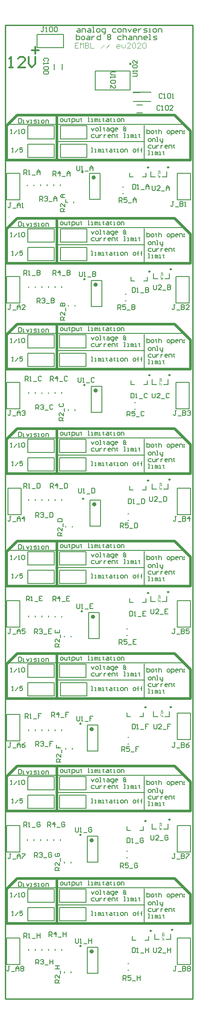
<source format=gto>
G04 Layer_Color=65535*
%FSLAX25Y25*%
%MOIN*%
G70*
G01*
G75*
%ADD22C,0.01000*%
%ADD23C,0.00236*%
%ADD24C,0.00800*%
%ADD32C,0.00984*%
%ADD33C,0.01575*%
%ADD34C,0.00787*%
%ADD35C,0.01968*%
%ADD36C,0.01181*%
%ADD37C,0.00394*%
%ADD38C,0.00591*%
D22*
X0Y-736221D02*
X141732D01*
Y0D01*
X0D02*
X141732D01*
X0Y-736221D02*
Y0D01*
D23*
X119878Y-686276D02*
X118730D01*
X118500Y-686505D01*
Y-686964D01*
X118730Y-687194D01*
X119878D01*
X118500Y-688571D02*
Y-687653D01*
X119418Y-688571D01*
X119648D01*
X119878Y-688342D01*
Y-687883D01*
X119648Y-687653D01*
X118270Y-689031D02*
Y-689949D01*
X119878Y-690408D02*
X118500D01*
X119189D01*
Y-691326D01*
X119878D01*
X118500D01*
X117877Y-603000D02*
X116730D01*
X116500Y-603230D01*
Y-603689D01*
X116730Y-603918D01*
X117877D01*
X116500Y-605296D02*
Y-604378D01*
X117418Y-605296D01*
X117648D01*
X117877Y-605066D01*
Y-604607D01*
X117648Y-604378D01*
X116270Y-605755D02*
Y-606673D01*
X117648Y-608051D02*
X117877Y-607821D01*
Y-607362D01*
X117648Y-607132D01*
X116730D01*
X116500Y-607362D01*
Y-607821D01*
X116730Y-608051D01*
X117189D01*
Y-607592D01*
X118877Y-518000D02*
X117730D01*
X117500Y-518230D01*
Y-518689D01*
X117730Y-518918D01*
X118877D01*
X117500Y-520296D02*
Y-519378D01*
X118418Y-520296D01*
X118648D01*
X118877Y-520066D01*
Y-519607D01*
X118648Y-519378D01*
X117270Y-520755D02*
Y-521673D01*
X118877Y-523051D02*
Y-522132D01*
X118189D01*
Y-522592D01*
Y-522132D01*
X117500D01*
X116877Y-431000D02*
X115730D01*
X115500Y-431230D01*
Y-431689D01*
X115730Y-431918D01*
X116877D01*
X115500Y-433296D02*
Y-432377D01*
X116418Y-433296D01*
X116648D01*
X116877Y-433066D01*
Y-432607D01*
X116648Y-432377D01*
X115270Y-433755D02*
Y-434673D01*
X116877Y-436051D02*
Y-435133D01*
X115500D01*
Y-436051D01*
X116189Y-435133D02*
Y-435592D01*
X117877Y-346000D02*
X116730D01*
X116500Y-346230D01*
Y-346689D01*
X116730Y-346918D01*
X117877D01*
X116500Y-348296D02*
Y-347377D01*
X117418Y-348296D01*
X117648D01*
X117877Y-348066D01*
Y-347607D01*
X117648Y-347377D01*
X116270Y-348755D02*
Y-349673D01*
X117877Y-350132D02*
X116500D01*
Y-350821D01*
X116730Y-351051D01*
X117648D01*
X117877Y-350821D01*
Y-350132D01*
Y-267000D02*
X116730D01*
X116500Y-267230D01*
Y-267689D01*
X116730Y-267918D01*
X117877D01*
X116500Y-269296D02*
Y-268377D01*
X117418Y-269296D01*
X117648D01*
X117877Y-269066D01*
Y-268607D01*
X117648Y-268377D01*
X116270Y-269755D02*
Y-270673D01*
X117648Y-272051D02*
X117877Y-271821D01*
Y-271362D01*
X117648Y-271132D01*
X116730D01*
X116500Y-271362D01*
Y-271821D01*
X116730Y-272051D01*
X118877Y-187000D02*
X117730D01*
X117500Y-187230D01*
Y-187689D01*
X117730Y-187918D01*
X118877D01*
X117500Y-189296D02*
Y-188377D01*
X118418Y-189296D01*
X118648D01*
X118877Y-189066D01*
Y-188607D01*
X118648Y-188377D01*
X117270Y-189755D02*
Y-190673D01*
X118877Y-191132D02*
X117500D01*
Y-191821D01*
X117730Y-192051D01*
X117959D01*
X118189Y-191821D01*
Y-191132D01*
Y-191821D01*
X118418Y-192051D01*
X118648D01*
X118877Y-191821D01*
Y-191132D01*
X116877Y-110000D02*
X115730D01*
X115500Y-110230D01*
Y-110689D01*
X115730Y-110918D01*
X116877D01*
X115500Y-112296D02*
Y-111378D01*
X116418Y-112296D01*
X116648D01*
X116877Y-112066D01*
Y-111607D01*
X116648Y-111378D01*
X115270Y-112755D02*
Y-113673D01*
X115500Y-114132D02*
X116418D01*
X116877Y-114592D01*
X116418Y-115051D01*
X115500D01*
X116189D01*
Y-114132D01*
D24*
X112000Y-697501D02*
Y-700417D01*
X112583Y-701000D01*
X113749D01*
X114333Y-700417D01*
Y-697501D01*
X117831Y-701000D02*
X115499D01*
X117831Y-698667D01*
Y-698084D01*
X117248Y-697501D01*
X116082D01*
X115499Y-698084D01*
X118998Y-701583D02*
X121330D01*
X122497Y-697501D02*
Y-701000D01*
Y-699251D01*
X124829D01*
Y-697501D01*
Y-701000D01*
X110000Y-612501D02*
Y-615417D01*
X110583Y-616000D01*
X111749D01*
X112333Y-615417D01*
Y-612501D01*
X115831Y-616000D02*
X113499D01*
X115831Y-613667D01*
Y-613084D01*
X115248Y-612501D01*
X114082D01*
X113499Y-613084D01*
X116998Y-616583D02*
X119330D01*
X122829Y-613084D02*
X122246Y-612501D01*
X121080D01*
X120497Y-613084D01*
Y-615417D01*
X121080Y-616000D01*
X122246D01*
X122829Y-615417D01*
Y-614251D01*
X121663D01*
X112260Y-528501D02*
Y-531417D01*
X112843Y-532000D01*
X114009D01*
X114592Y-531417D01*
Y-528501D01*
X118091Y-532000D02*
X115759D01*
X118091Y-529667D01*
Y-529084D01*
X117508Y-528501D01*
X116342D01*
X115759Y-529084D01*
X119258Y-532583D02*
X121590D01*
X125089Y-528501D02*
X122757D01*
Y-530251D01*
X123923D01*
X122757D01*
Y-532000D01*
X110000Y-441501D02*
Y-444417D01*
X110583Y-445000D01*
X111749D01*
X112333Y-444417D01*
Y-441501D01*
X115831Y-445000D02*
X113499D01*
X115831Y-442667D01*
Y-442084D01*
X115248Y-441501D01*
X114082D01*
X113499Y-442084D01*
X116998Y-445583D02*
X119330D01*
X122829Y-441501D02*
X120497D01*
Y-445000D01*
X122829D01*
X120497Y-443251D02*
X121663D01*
X53000Y-690501D02*
Y-693417D01*
X53583Y-694000D01*
X54749D01*
X55333Y-693417D01*
Y-690501D01*
X56499Y-694000D02*
X57665D01*
X57082D01*
Y-690501D01*
X56499Y-691084D01*
X59415Y-694583D02*
X61747D01*
X62914Y-690501D02*
Y-694000D01*
Y-692251D01*
X65246D01*
Y-690501D01*
Y-694000D01*
X53000Y-606501D02*
Y-609417D01*
X53583Y-610000D01*
X54749D01*
X55333Y-609417D01*
Y-606501D01*
X56499Y-610000D02*
X57665D01*
X57082D01*
Y-606501D01*
X56499Y-607084D01*
X59415Y-610583D02*
X61747D01*
X65246Y-607084D02*
X64663Y-606501D01*
X63497D01*
X62914Y-607084D01*
Y-609417D01*
X63497Y-610000D01*
X64663D01*
X65246Y-609417D01*
Y-608251D01*
X64080D01*
X54000Y-522501D02*
Y-525417D01*
X54583Y-526000D01*
X55749D01*
X56333Y-525417D01*
Y-522501D01*
X57499Y-526000D02*
X58665D01*
X58082D01*
Y-522501D01*
X57499Y-523084D01*
X60415Y-526583D02*
X62747D01*
X66246Y-522501D02*
X63914D01*
Y-524251D01*
X65080D01*
X63914D01*
Y-526000D01*
X54000Y-437501D02*
Y-440417D01*
X54583Y-441000D01*
X55749D01*
X56333Y-440417D01*
Y-437501D01*
X57499Y-441000D02*
X58665D01*
X58082D01*
Y-437501D01*
X57499Y-438084D01*
X60415Y-441583D02*
X62747D01*
X66246Y-437501D02*
X63914D01*
Y-441000D01*
X66246D01*
X63914Y-439251D02*
X65080D01*
X88937Y-722000D02*
Y-718501D01*
X90686D01*
X91270Y-719084D01*
Y-720251D01*
X90686Y-720834D01*
X88937D01*
X90103D02*
X91270Y-722000D01*
X94769Y-718501D02*
X92436D01*
Y-720251D01*
X93602Y-719667D01*
X94185D01*
X94769Y-720251D01*
Y-721417D01*
X94185Y-722000D01*
X93019D01*
X92436Y-721417D01*
X95935Y-722583D02*
X98267D01*
X99434Y-718501D02*
Y-722000D01*
Y-720251D01*
X101766D01*
Y-718501D01*
Y-722000D01*
X86937Y-637000D02*
Y-633501D01*
X88686D01*
X89270Y-634084D01*
Y-635251D01*
X88686Y-635834D01*
X86937D01*
X88103D02*
X89270Y-637000D01*
X92769Y-633501D02*
X90436D01*
Y-635251D01*
X91602Y-634667D01*
X92185D01*
X92769Y-635251D01*
Y-636417D01*
X92185Y-637000D01*
X91019D01*
X90436Y-636417D01*
X93935Y-637583D02*
X96267D01*
X99766Y-634084D02*
X99183Y-633501D01*
X98017D01*
X97434Y-634084D01*
Y-636417D01*
X98017Y-637000D01*
X99183D01*
X99766Y-636417D01*
Y-635251D01*
X98600D01*
X88000Y-549000D02*
Y-545501D01*
X89749D01*
X90333Y-546084D01*
Y-547251D01*
X89749Y-547834D01*
X88000D01*
X89166D02*
X90333Y-549000D01*
X93831Y-545501D02*
X91499D01*
Y-547251D01*
X92665Y-546667D01*
X93248D01*
X93831Y-547251D01*
Y-548417D01*
X93248Y-549000D01*
X92082D01*
X91499Y-548417D01*
X94998Y-549583D02*
X97330D01*
X100829Y-545501D02*
X98497D01*
Y-547251D01*
X99663D01*
X98497D01*
Y-549000D01*
X85937Y-468000D02*
Y-464501D01*
X87686D01*
X88270Y-465084D01*
Y-466251D01*
X87686Y-466834D01*
X85937D01*
X87103D02*
X88270Y-468000D01*
X91768Y-464501D02*
X89436D01*
Y-466251D01*
X90602Y-465667D01*
X91185D01*
X91768Y-466251D01*
Y-467417D01*
X91185Y-468000D01*
X90019D01*
X89436Y-467417D01*
X92935Y-468583D02*
X95267D01*
X98766Y-464501D02*
X96434D01*
Y-468000D01*
X98766D01*
X96434Y-466251D02*
X97600D01*
X33000Y-689000D02*
Y-685501D01*
X34749D01*
X35333Y-686084D01*
Y-687251D01*
X34749Y-687834D01*
X33000D01*
X34166D02*
X35333Y-689000D01*
X38248D02*
Y-685501D01*
X36499Y-687251D01*
X38831D01*
X39998Y-689583D02*
X42330D01*
X43497Y-685501D02*
Y-689000D01*
Y-687251D01*
X45829D01*
Y-685501D01*
Y-689000D01*
X32000Y-606000D02*
Y-602501D01*
X33749D01*
X34333Y-603084D01*
Y-604251D01*
X33749Y-604834D01*
X32000D01*
X33166D02*
X34333Y-606000D01*
X37248D02*
Y-602501D01*
X35499Y-604251D01*
X37832D01*
X38998Y-606583D02*
X41330D01*
X44829Y-603084D02*
X44246Y-602501D01*
X43080D01*
X42497Y-603084D01*
Y-605417D01*
X43080Y-606000D01*
X44246D01*
X44829Y-605417D01*
Y-604251D01*
X43663D01*
X35000Y-523000D02*
Y-519501D01*
X36749D01*
X37333Y-520084D01*
Y-521251D01*
X36749Y-521834D01*
X35000D01*
X36166D02*
X37333Y-523000D01*
X40248D02*
Y-519501D01*
X38499Y-521251D01*
X40832D01*
X41998Y-523583D02*
X44330D01*
X47829Y-519501D02*
X45497D01*
Y-521251D01*
X46663D01*
X45497D01*
Y-523000D01*
X35800Y-435363D02*
Y-431864D01*
X37549D01*
X38133Y-432447D01*
Y-433614D01*
X37549Y-434197D01*
X35800D01*
X36966D02*
X38133Y-435363D01*
X41048D02*
Y-431864D01*
X39299Y-433614D01*
X41631D01*
X42798Y-435946D02*
X45130D01*
X48629Y-431864D02*
X46297D01*
Y-435363D01*
X48629D01*
X46297Y-433614D02*
X47463D01*
X23000Y-709937D02*
Y-706438D01*
X24749D01*
X25333Y-707021D01*
Y-708188D01*
X24749Y-708771D01*
X23000D01*
X24166D02*
X25333Y-709937D01*
X26499Y-707021D02*
X27082Y-706438D01*
X28248D01*
X28831Y-707021D01*
Y-707604D01*
X28248Y-708188D01*
X27665D01*
X28248D01*
X28831Y-708771D01*
Y-709354D01*
X28248Y-709937D01*
X27082D01*
X26499Y-709354D01*
X29998Y-710520D02*
X32330D01*
X33497Y-706438D02*
Y-709937D01*
Y-708188D01*
X35829D01*
Y-706438D01*
Y-709937D01*
X22000Y-629063D02*
Y-625564D01*
X23749D01*
X24333Y-626147D01*
Y-627314D01*
X23749Y-627897D01*
X22000D01*
X23166D02*
X24333Y-629063D01*
X25499Y-626147D02*
X26082Y-625564D01*
X27248D01*
X27832Y-626147D01*
Y-626730D01*
X27248Y-627314D01*
X26665D01*
X27248D01*
X27832Y-627897D01*
Y-628480D01*
X27248Y-629063D01*
X26082D01*
X25499Y-628480D01*
X28998Y-629646D02*
X31330D01*
X34829Y-626147D02*
X34246Y-625564D01*
X33080D01*
X32497Y-626147D01*
Y-628480D01*
X33080Y-629063D01*
X34246D01*
X34829Y-628480D01*
Y-627314D01*
X33663D01*
X23000Y-545000D02*
Y-541501D01*
X24749D01*
X25333Y-542084D01*
Y-543251D01*
X24749Y-543834D01*
X23000D01*
X24166D02*
X25333Y-545000D01*
X26499Y-542084D02*
X27082Y-541501D01*
X28248D01*
X28831Y-542084D01*
Y-542667D01*
X28248Y-543251D01*
X27665D01*
X28248D01*
X28831Y-543834D01*
Y-544417D01*
X28248Y-545000D01*
X27082D01*
X26499Y-544417D01*
X29998Y-545583D02*
X32330D01*
X35829Y-541501D02*
X33497D01*
Y-543251D01*
X34663D01*
X33497D01*
Y-545000D01*
X22000Y-460000D02*
Y-456501D01*
X23749D01*
X24333Y-457084D01*
Y-458251D01*
X23749Y-458834D01*
X22000D01*
X23166D02*
X24333Y-460000D01*
X25499Y-457084D02*
X26082Y-456501D01*
X27248D01*
X27832Y-457084D01*
Y-457667D01*
X27248Y-458251D01*
X26665D01*
X27248D01*
X27832Y-458834D01*
Y-459417D01*
X27248Y-460000D01*
X26082D01*
X25499Y-459417D01*
X28998Y-460583D02*
X31330D01*
X34829Y-456501D02*
X32497D01*
Y-460000D01*
X34829D01*
X32497Y-458251D02*
X33663D01*
X41000Y-724000D02*
X37501D01*
Y-722251D01*
X38084Y-721667D01*
X39251D01*
X39834Y-722251D01*
Y-724000D01*
Y-722834D02*
X41000Y-721667D01*
Y-718168D02*
Y-720501D01*
X38667Y-718168D01*
X38084D01*
X37501Y-718752D01*
Y-719918D01*
X38084Y-720501D01*
X41583Y-717002D02*
Y-714670D01*
X37501Y-713503D02*
X41000D01*
X39251D01*
Y-711171D01*
X37501D01*
X41000D01*
Y-639000D02*
X37501D01*
Y-637251D01*
X38084Y-636667D01*
X39251D01*
X39834Y-637251D01*
Y-639000D01*
Y-637834D02*
X41000Y-636667D01*
Y-633169D02*
Y-635501D01*
X38667Y-633169D01*
X38084D01*
X37501Y-633752D01*
Y-634918D01*
X38084Y-635501D01*
X41583Y-632002D02*
Y-629670D01*
X38084Y-626171D02*
X37501Y-626754D01*
Y-627920D01*
X38084Y-628503D01*
X40417D01*
X41000Y-627920D01*
Y-626754D01*
X40417Y-626171D01*
X39251D01*
Y-627337D01*
X42000Y-557000D02*
X38501D01*
Y-555251D01*
X39084Y-554667D01*
X40251D01*
X40834Y-555251D01*
Y-557000D01*
Y-555834D02*
X42000Y-554667D01*
Y-551168D02*
Y-553501D01*
X39667Y-551168D01*
X39084D01*
X38501Y-551752D01*
Y-552918D01*
X39084Y-553501D01*
X42583Y-550002D02*
Y-547670D01*
X38501Y-544171D02*
Y-546503D01*
X40251D01*
Y-545337D01*
Y-546503D01*
X42000D01*
X41000Y-470063D02*
X37501D01*
Y-468314D01*
X38084Y-467730D01*
X39251D01*
X39834Y-468314D01*
Y-470063D01*
Y-468897D02*
X41000Y-467730D01*
Y-464231D02*
Y-466564D01*
X38667Y-464231D01*
X38084D01*
X37501Y-464815D01*
Y-465981D01*
X38084Y-466564D01*
X41583Y-463065D02*
Y-460733D01*
X37501Y-457234D02*
Y-459566D01*
X41000D01*
Y-457234D01*
X39251Y-459566D02*
Y-458400D01*
X14000Y-690000D02*
Y-686501D01*
X15749D01*
X16333Y-687084D01*
Y-688251D01*
X15749Y-688834D01*
X14000D01*
X15166D02*
X16333Y-690000D01*
X17499D02*
X18665D01*
X18082D01*
Y-686501D01*
X17499Y-687084D01*
X20415Y-690583D02*
X22747D01*
X23913Y-686501D02*
Y-690000D01*
Y-688251D01*
X26246D01*
Y-686501D01*
Y-690000D01*
X14000Y-606000D02*
Y-602501D01*
X15749D01*
X16333Y-603084D01*
Y-604251D01*
X15749Y-604834D01*
X14000D01*
X15166D02*
X16333Y-606000D01*
X17499D02*
X18665D01*
X18082D01*
Y-602501D01*
X17499Y-603084D01*
X20415Y-606583D02*
X22747D01*
X26246Y-603084D02*
X25663Y-602501D01*
X24497D01*
X23913Y-603084D01*
Y-605417D01*
X24497Y-606000D01*
X25663D01*
X26246Y-605417D01*
Y-604251D01*
X25080D01*
X15000Y-524000D02*
Y-520501D01*
X16749D01*
X17333Y-521084D01*
Y-522251D01*
X16749Y-522834D01*
X15000D01*
X16166D02*
X17333Y-524000D01*
X18499D02*
X19665D01*
X19082D01*
Y-520501D01*
X18499Y-521084D01*
X21415Y-524583D02*
X23747D01*
X27246Y-520501D02*
X24914D01*
Y-522251D01*
X26080D01*
X24914D01*
Y-524000D01*
X15800Y-435237D02*
Y-431738D01*
X17549D01*
X18133Y-432321D01*
Y-433488D01*
X17549Y-434071D01*
X15800D01*
X16966D02*
X18133Y-435237D01*
X19299D02*
X20465D01*
X19882D01*
Y-431738D01*
X19299Y-432321D01*
X22215Y-435820D02*
X24547D01*
X28046Y-431738D02*
X25714D01*
Y-435237D01*
X28046D01*
X25714Y-433488D02*
X26880D01*
X129333Y-711501D02*
X128166D01*
X128749D01*
Y-714417D01*
X128166Y-715000D01*
X127583D01*
X127000Y-714417D01*
X130499Y-715583D02*
X132831D01*
X133998Y-711501D02*
Y-715000D01*
X135747D01*
X136330Y-714417D01*
Y-713834D01*
X135747Y-713251D01*
X133998D01*
X135747D01*
X136330Y-712667D01*
Y-712084D01*
X135747Y-711501D01*
X133998D01*
X137497Y-712084D02*
X138080Y-711501D01*
X139246D01*
X139829Y-712084D01*
Y-712667D01*
X139246Y-713251D01*
X139829Y-713834D01*
Y-714417D01*
X139246Y-715000D01*
X138080D01*
X137497Y-714417D01*
Y-713834D01*
X138080Y-713251D01*
X137497Y-712667D01*
Y-712084D01*
X138080Y-713251D02*
X139246D01*
X128396Y-626501D02*
X127229D01*
X127812D01*
Y-629417D01*
X127229Y-630000D01*
X126646D01*
X126063Y-629417D01*
X129562Y-630583D02*
X131894D01*
X133061Y-626501D02*
Y-630000D01*
X134810D01*
X135393Y-629417D01*
Y-628834D01*
X134810Y-628251D01*
X133061D01*
X134810D01*
X135393Y-627667D01*
Y-627084D01*
X134810Y-626501D01*
X133061D01*
X136560D02*
X138892D01*
Y-627084D01*
X136560Y-629417D01*
Y-630000D01*
X128396Y-542501D02*
X127229D01*
X127812D01*
Y-545417D01*
X127229Y-546000D01*
X126646D01*
X126063Y-545417D01*
X129562Y-546583D02*
X131894D01*
X133061Y-542501D02*
Y-546000D01*
X134810D01*
X135393Y-545417D01*
Y-544834D01*
X134810Y-544251D01*
X133061D01*
X134810D01*
X135393Y-543667D01*
Y-543084D01*
X134810Y-542501D01*
X133061D01*
X138892D02*
X137726Y-543084D01*
X136560Y-544251D01*
Y-545417D01*
X137143Y-546000D01*
X138309D01*
X138892Y-545417D01*
Y-544834D01*
X138309Y-544251D01*
X136560D01*
X128396Y-456501D02*
X127229D01*
X127812D01*
Y-459417D01*
X127229Y-460000D01*
X126646D01*
X126063Y-459417D01*
X129562Y-460583D02*
X131894D01*
X133061Y-456501D02*
Y-460000D01*
X134810D01*
X135393Y-459417D01*
Y-458834D01*
X134810Y-458251D01*
X133061D01*
X134810D01*
X135393Y-457667D01*
Y-457084D01*
X134810Y-456501D01*
X133061D01*
X138892D02*
X136560D01*
Y-458251D01*
X137726Y-457667D01*
X138309D01*
X138892Y-458251D01*
Y-459417D01*
X138309Y-460000D01*
X137143D01*
X136560Y-459417D01*
X3333Y-711501D02*
X2166D01*
X2749D01*
Y-714417D01*
X2166Y-715000D01*
X1583D01*
X1000Y-714417D01*
X4499Y-715583D02*
X6831D01*
X7998Y-715000D02*
Y-712667D01*
X9164Y-711501D01*
X10330Y-712667D01*
Y-715000D01*
Y-713251D01*
X7998D01*
X11497Y-712084D02*
X12080Y-711501D01*
X13246D01*
X13829Y-712084D01*
Y-712667D01*
X13246Y-713251D01*
X13829Y-713834D01*
Y-714417D01*
X13246Y-715000D01*
X12080D01*
X11497Y-714417D01*
Y-713834D01*
X12080Y-713251D01*
X11497Y-712667D01*
Y-712084D01*
X12080Y-713251D02*
X13246D01*
X4333Y-626501D02*
X3166D01*
X3749D01*
Y-629417D01*
X3166Y-630000D01*
X2583D01*
X2000Y-629417D01*
X5499Y-630583D02*
X7831D01*
X8998Y-630000D02*
Y-627667D01*
X10164Y-626501D01*
X11330Y-627667D01*
Y-630000D01*
Y-628251D01*
X8998D01*
X12497Y-626501D02*
X14829D01*
Y-627084D01*
X12497Y-629417D01*
Y-630000D01*
X4333Y-542501D02*
X3166D01*
X3749D01*
Y-545417D01*
X3166Y-546000D01*
X2583D01*
X2000Y-545417D01*
X5499Y-546583D02*
X7831D01*
X8998Y-546000D02*
Y-543667D01*
X10164Y-542501D01*
X11330Y-543667D01*
Y-546000D01*
Y-544251D01*
X8998D01*
X14829Y-542501D02*
X13663Y-543084D01*
X12497Y-544251D01*
Y-545417D01*
X13080Y-546000D01*
X14246D01*
X14829Y-545417D01*
Y-544834D01*
X14246Y-544251D01*
X12497D01*
X4333Y-456501D02*
X3166D01*
X3749D01*
Y-459417D01*
X3166Y-460000D01*
X2583D01*
X2000Y-459417D01*
X5499Y-460583D02*
X7831D01*
X8998Y-460000D02*
Y-457667D01*
X10164Y-456501D01*
X11330Y-457667D01*
Y-460000D01*
Y-458251D01*
X8998D01*
X14829Y-456501D02*
X12497D01*
Y-458251D01*
X13663Y-457667D01*
X14246D01*
X14829Y-458251D01*
Y-459417D01*
X14246Y-460000D01*
X13080D01*
X12497Y-459417D01*
X95874Y-697501D02*
Y-701000D01*
X97623D01*
X98207Y-700417D01*
Y-698084D01*
X97623Y-697501D01*
X95874D01*
X99373Y-701000D02*
X100539D01*
X99956D01*
Y-697501D01*
X99373Y-698084D01*
X102289Y-701583D02*
X104621D01*
X105788Y-697501D02*
Y-701000D01*
Y-699251D01*
X108120D01*
Y-697501D01*
Y-701000D01*
X92000Y-614501D02*
Y-618000D01*
X93749D01*
X94333Y-617417D01*
Y-615084D01*
X93749Y-614501D01*
X92000D01*
X95499Y-618000D02*
X96665D01*
X96082D01*
Y-614501D01*
X95499Y-615084D01*
X98415Y-618583D02*
X100747D01*
X104246Y-615084D02*
X103663Y-614501D01*
X102497D01*
X101913Y-615084D01*
Y-617417D01*
X102497Y-618000D01*
X103663D01*
X104246Y-617417D01*
Y-616251D01*
X103080D01*
X95874Y-528501D02*
Y-532000D01*
X97623D01*
X98207Y-531417D01*
Y-529084D01*
X97623Y-528501D01*
X95874D01*
X99373Y-532000D02*
X100539D01*
X99956D01*
Y-528501D01*
X99373Y-529084D01*
X102289Y-532583D02*
X104621D01*
X108120Y-528501D02*
X105788D01*
Y-530251D01*
X106954D01*
X105788D01*
Y-532000D01*
X94000Y-443170D02*
Y-446669D01*
X95749D01*
X96333Y-446086D01*
Y-443754D01*
X95749Y-443170D01*
X94000D01*
X97499Y-446669D02*
X98665D01*
X98082D01*
Y-443170D01*
X97499Y-443754D01*
X100415Y-447252D02*
X102747D01*
X106246Y-443170D02*
X103913D01*
Y-446669D01*
X106246D01*
X103913Y-444920D02*
X105080D01*
X118528Y-52525D02*
X117945Y-51942D01*
X116779D01*
X116196Y-52525D01*
Y-54858D01*
X116779Y-55441D01*
X117945D01*
X118528Y-54858D01*
X119695Y-55441D02*
X120861D01*
X120278D01*
Y-51942D01*
X119695Y-52525D01*
X122610D02*
X123194Y-51942D01*
X124360D01*
X124943Y-52525D01*
Y-54858D01*
X124360Y-55441D01*
X123194D01*
X122610Y-54858D01*
Y-52525D01*
X126109Y-55441D02*
X127276D01*
X126692D01*
Y-51942D01*
X126109Y-52525D01*
X96260Y-120501D02*
Y-124000D01*
X98009D01*
X98592Y-123417D01*
Y-121084D01*
X98009Y-120501D01*
X96260D01*
X99759Y-124000D02*
X100925D01*
X100342D01*
Y-120501D01*
X99759Y-121084D01*
X102674Y-124583D02*
X105007D01*
X106173Y-124000D02*
Y-121667D01*
X107340Y-120501D01*
X108506Y-121667D01*
Y-124000D01*
Y-122251D01*
X106173D01*
X29333Y-1501D02*
X28166D01*
X28749D01*
Y-4417D01*
X28166Y-5000D01*
X27583D01*
X27000Y-4417D01*
X30499Y-5000D02*
X31665D01*
X31082D01*
Y-1501D01*
X30499Y-2084D01*
X33415D02*
X33998Y-1501D01*
X35164D01*
X35747Y-2084D01*
Y-4417D01*
X35164Y-5000D01*
X33998D01*
X33415Y-4417D01*
Y-2084D01*
X36913D02*
X37497Y-1501D01*
X38663D01*
X39246Y-2084D01*
Y-4417D01*
X38663Y-5000D01*
X37497D01*
X36913Y-4417D01*
Y-2084D01*
X4333Y-134501D02*
X3166D01*
X3749D01*
Y-137417D01*
X3166Y-138000D01*
X2583D01*
X2000Y-137417D01*
X5499Y-138583D02*
X7831D01*
X8998Y-138000D02*
Y-135667D01*
X10164Y-134501D01*
X11330Y-135667D01*
Y-138000D01*
Y-136251D01*
X8998D01*
X12497Y-138000D02*
X13663D01*
X13080D01*
Y-134501D01*
X12497Y-135084D01*
X14000Y-113000D02*
Y-109501D01*
X15749D01*
X16333Y-110084D01*
Y-111251D01*
X15749Y-111834D01*
X14000D01*
X15166D02*
X16333Y-113000D01*
X17499D02*
X18665D01*
X18082D01*
Y-109501D01*
X17499Y-110084D01*
X20415Y-113583D02*
X22747D01*
X23913Y-113000D02*
Y-110667D01*
X25080Y-109501D01*
X26246Y-110667D01*
Y-113000D01*
Y-111251D01*
X23913D01*
X54000Y-106501D02*
Y-109417D01*
X54583Y-110000D01*
X55749D01*
X56333Y-109417D01*
Y-106501D01*
X57499Y-110000D02*
X58665D01*
X58082D01*
Y-106501D01*
X57499Y-107084D01*
X60415Y-110583D02*
X62747D01*
X63914Y-110000D02*
Y-107667D01*
X65080Y-106501D01*
X66246Y-107667D01*
Y-110000D01*
Y-108251D01*
X63914D01*
X96197Y-38941D02*
X99113D01*
X99696Y-38358D01*
Y-37192D01*
X99113Y-36608D01*
X96197D01*
X99696Y-35442D02*
Y-34276D01*
Y-34859D01*
X96197D01*
X96780Y-35442D01*
Y-32526D02*
X96197Y-31943D01*
Y-30777D01*
X96780Y-30194D01*
X99113D01*
X99696Y-30777D01*
Y-31943D01*
X99113Y-32526D01*
X96780D01*
X99696Y-26695D02*
Y-29028D01*
X97363Y-26695D01*
X96780D01*
X96197Y-27278D01*
Y-28444D01*
X96780Y-29028D01*
X45000Y-141000D02*
X41501D01*
Y-139251D01*
X42084Y-138667D01*
X43251D01*
X43834Y-139251D01*
Y-141000D01*
Y-139834D02*
X45000Y-138667D01*
Y-135169D02*
Y-137501D01*
X42667Y-135169D01*
X42084D01*
X41501Y-135752D01*
Y-136918D01*
X42084Y-137501D01*
X45583Y-134002D02*
Y-131670D01*
X45000Y-130503D02*
X42667D01*
X41501Y-129337D01*
X42667Y-128171D01*
X45000D01*
X43251D01*
Y-130503D01*
X26000Y-133000D02*
Y-129501D01*
X27749D01*
X28333Y-130084D01*
Y-131251D01*
X27749Y-131834D01*
X26000D01*
X27166D02*
X28333Y-133000D01*
X29499Y-130084D02*
X30082Y-129501D01*
X31248D01*
X31831Y-130084D01*
Y-130667D01*
X31248Y-131251D01*
X30665D01*
X31248D01*
X31831Y-131834D01*
Y-132417D01*
X31248Y-133000D01*
X30082D01*
X29499Y-132417D01*
X32998Y-133583D02*
X35330D01*
X36497Y-133000D02*
Y-130667D01*
X37663Y-129501D01*
X38829Y-130667D01*
Y-133000D01*
Y-131251D01*
X36497D01*
X36000Y-114000D02*
Y-110501D01*
X37749D01*
X38333Y-111084D01*
Y-112251D01*
X37749Y-112834D01*
X36000D01*
X37166D02*
X38333Y-114000D01*
X41248D02*
Y-110501D01*
X39499Y-112251D01*
X41831D01*
X42998Y-114583D02*
X45330D01*
X46497Y-114000D02*
Y-111667D01*
X47663Y-110501D01*
X48829Y-111667D01*
Y-114000D01*
Y-112251D01*
X46497D01*
X86000Y-134000D02*
Y-130501D01*
X87749D01*
X88333Y-131084D01*
Y-132251D01*
X87749Y-132834D01*
X86000D01*
X87166D02*
X88333Y-134000D01*
X91831Y-130501D02*
X89499D01*
Y-132251D01*
X90665Y-131667D01*
X91248D01*
X91831Y-132251D01*
Y-133417D01*
X91248Y-134000D01*
X90082D01*
X89499Y-133417D01*
X92998Y-134583D02*
X95330D01*
X96497Y-134000D02*
Y-131667D01*
X97663Y-130501D01*
X98829Y-131667D01*
Y-134000D01*
Y-132251D01*
X96497D01*
X111000Y-121501D02*
Y-124417D01*
X111583Y-125000D01*
X112749D01*
X113333Y-124417D01*
Y-121501D01*
X116831Y-125000D02*
X114499D01*
X116831Y-122667D01*
Y-122084D01*
X116248Y-121501D01*
X115082D01*
X114499Y-122084D01*
X117998Y-125583D02*
X120330D01*
X121497Y-125000D02*
Y-122667D01*
X122663Y-121501D01*
X123829Y-122667D01*
Y-125000D01*
Y-123251D01*
X121497D01*
X127333Y-133501D02*
X126166D01*
X126749D01*
Y-136417D01*
X126166Y-137000D01*
X125583D01*
X125000Y-136417D01*
X128499Y-137583D02*
X130831D01*
X131998Y-133501D02*
Y-137000D01*
X133747D01*
X134330Y-136417D01*
Y-135834D01*
X133747Y-135251D01*
X131998D01*
X133747D01*
X134330Y-134667D01*
Y-134084D01*
X133747Y-133501D01*
X131998D01*
X135497Y-137000D02*
X136663D01*
X136080D01*
Y-133501D01*
X135497Y-134084D01*
X116788Y-61525D02*
X116205Y-60942D01*
X115039D01*
X114456Y-61525D01*
Y-63858D01*
X115039Y-64441D01*
X116205D01*
X116788Y-63858D01*
X117955Y-64441D02*
X119121D01*
X118538D01*
Y-60942D01*
X117955Y-61525D01*
X120870D02*
X121453Y-60942D01*
X122620D01*
X123203Y-61525D01*
Y-63858D01*
X122620Y-64441D01*
X121453D01*
X120870Y-63858D01*
Y-61525D01*
X126702Y-64441D02*
X124369D01*
X126702Y-62108D01*
Y-61525D01*
X126119Y-60942D01*
X124952D01*
X124369Y-61525D01*
X31916Y-27333D02*
X32499Y-26749D01*
Y-25583D01*
X31916Y-25000D01*
X29583D01*
X29000Y-25583D01*
Y-26749D01*
X29583Y-27333D01*
X29000Y-28499D02*
Y-29665D01*
Y-29082D01*
X32499D01*
X31916Y-28499D01*
Y-31415D02*
X32499Y-31998D01*
Y-33164D01*
X31916Y-33747D01*
X29583D01*
X29000Y-33164D01*
Y-31998D01*
X29583Y-31415D01*
X31916D01*
Y-34914D02*
X32499Y-35497D01*
Y-36663D01*
X31916Y-37246D01*
X29583D01*
X29000Y-36663D01*
Y-35497D01*
X29583Y-34914D01*
X31916D01*
X96000Y-198501D02*
Y-202000D01*
X97749D01*
X98333Y-201417D01*
Y-199084D01*
X97749Y-198501D01*
X96000D01*
X99499Y-202000D02*
X100665D01*
X100082D01*
Y-198501D01*
X99499Y-199084D01*
X102415Y-202583D02*
X104747D01*
X105913Y-198501D02*
Y-202000D01*
X107663D01*
X108246Y-201417D01*
Y-200834D01*
X107663Y-200251D01*
X105913D01*
X107663D01*
X108246Y-199667D01*
Y-199084D01*
X107663Y-198501D01*
X105913D01*
X95000Y-278438D02*
Y-281937D01*
X96749D01*
X97333Y-281354D01*
Y-279021D01*
X96749Y-278438D01*
X95000D01*
X98499Y-281937D02*
X99665D01*
X99082D01*
Y-278438D01*
X98499Y-279021D01*
X101415Y-282520D02*
X103747D01*
X107246Y-279021D02*
X106663Y-278438D01*
X105497D01*
X104913Y-279021D01*
Y-281354D01*
X105497Y-281937D01*
X106663D01*
X107246Y-281354D01*
X93000Y-358170D02*
Y-361669D01*
X94749D01*
X95333Y-361086D01*
Y-358754D01*
X94749Y-358170D01*
X93000D01*
X96499Y-361669D02*
X97665D01*
X97082D01*
Y-358170D01*
X96499Y-358754D01*
X99415Y-362252D02*
X101747D01*
X102913Y-358170D02*
Y-361669D01*
X104663D01*
X105246Y-361086D01*
Y-358754D01*
X104663Y-358170D01*
X102913D01*
X4333Y-211501D02*
X3166D01*
X3749D01*
Y-214417D01*
X3166Y-215000D01*
X2583D01*
X2000Y-214417D01*
X5499Y-215583D02*
X7831D01*
X8998Y-215000D02*
Y-212667D01*
X10164Y-211501D01*
X11330Y-212667D01*
Y-215000D01*
Y-213251D01*
X8998D01*
X14829Y-215000D02*
X12497D01*
X14829Y-212667D01*
Y-212084D01*
X14246Y-211501D01*
X13080D01*
X12497Y-212084D01*
X4333Y-291501D02*
X3166D01*
X3749D01*
Y-294417D01*
X3166Y-295000D01*
X2583D01*
X2000Y-294417D01*
X5499Y-295583D02*
X7831D01*
X8998Y-295000D02*
Y-292667D01*
X10164Y-291501D01*
X11330Y-292667D01*
Y-295000D01*
Y-293251D01*
X8998D01*
X12497Y-292084D02*
X13080Y-291501D01*
X14246D01*
X14829Y-292084D01*
Y-292667D01*
X14246Y-293251D01*
X13663D01*
X14246D01*
X14829Y-293834D01*
Y-294417D01*
X14246Y-295000D01*
X13080D01*
X12497Y-294417D01*
X4333Y-371501D02*
X3166D01*
X3749D01*
Y-374417D01*
X3166Y-375000D01*
X2583D01*
X2000Y-374417D01*
X5499Y-375583D02*
X7831D01*
X8998Y-375000D02*
Y-372667D01*
X10164Y-371501D01*
X11330Y-372667D01*
Y-375000D01*
Y-373251D01*
X8998D01*
X14246Y-375000D02*
Y-371501D01*
X12497Y-373251D01*
X14829D01*
X128333Y-211501D02*
X127166D01*
X127749D01*
Y-214417D01*
X127166Y-215000D01*
X126583D01*
X126000Y-214417D01*
X129499Y-215583D02*
X131831D01*
X132998Y-211501D02*
Y-215000D01*
X134747D01*
X135330Y-214417D01*
Y-213834D01*
X134747Y-213251D01*
X132998D01*
X134747D01*
X135330Y-212667D01*
Y-212084D01*
X134747Y-211501D01*
X132998D01*
X138829Y-215000D02*
X136497D01*
X138829Y-212667D01*
Y-212084D01*
X138246Y-211501D01*
X137080D01*
X136497Y-212084D01*
X129333Y-291501D02*
X128166D01*
X128749D01*
Y-294417D01*
X128166Y-295000D01*
X127583D01*
X127000Y-294417D01*
X130499Y-295583D02*
X132831D01*
X133998Y-291501D02*
Y-295000D01*
X135747D01*
X136330Y-294417D01*
Y-293834D01*
X135747Y-293251D01*
X133998D01*
X135747D01*
X136330Y-292667D01*
Y-292084D01*
X135747Y-291501D01*
X133998D01*
X137497Y-292084D02*
X138080Y-291501D01*
X139246D01*
X139829Y-292084D01*
Y-292667D01*
X139246Y-293251D01*
X138663D01*
X139246D01*
X139829Y-293834D01*
Y-294417D01*
X139246Y-295000D01*
X138080D01*
X137497Y-294417D01*
X129333Y-371501D02*
X128166D01*
X128749D01*
Y-374417D01*
X128166Y-375000D01*
X127583D01*
X127000Y-374417D01*
X130499Y-375583D02*
X132831D01*
X133998Y-371501D02*
Y-375000D01*
X135747D01*
X136330Y-374417D01*
Y-373834D01*
X135747Y-373251D01*
X133998D01*
X135747D01*
X136330Y-372667D01*
Y-372084D01*
X135747Y-371501D01*
X133998D01*
X139246Y-375000D02*
Y-371501D01*
X137497Y-373251D01*
X139829D01*
X14000Y-189063D02*
Y-185564D01*
X15749D01*
X16333Y-186147D01*
Y-187314D01*
X15749Y-187897D01*
X14000D01*
X15166D02*
X16333Y-189063D01*
X17499D02*
X18665D01*
X18082D01*
Y-185564D01*
X17499Y-186147D01*
X20415Y-189646D02*
X22747D01*
X23913Y-185564D02*
Y-189063D01*
X25663D01*
X26246Y-188480D01*
Y-187897D01*
X25663Y-187314D01*
X23913D01*
X25663D01*
X26246Y-186730D01*
Y-186147D01*
X25663Y-185564D01*
X23913D01*
X15000Y-269000D02*
Y-265501D01*
X16749D01*
X17333Y-266084D01*
Y-267251D01*
X16749Y-267834D01*
X15000D01*
X16166D02*
X17333Y-269000D01*
X18499D02*
X19665D01*
X19082D01*
Y-265501D01*
X18499Y-266084D01*
X21415Y-269583D02*
X23747D01*
X27246Y-266084D02*
X26663Y-265501D01*
X25497D01*
X24914Y-266084D01*
Y-268417D01*
X25497Y-269000D01*
X26663D01*
X27246Y-268417D01*
X14000Y-350000D02*
Y-346501D01*
X15749D01*
X16333Y-347084D01*
Y-348251D01*
X15749Y-348834D01*
X14000D01*
X15166D02*
X16333Y-350000D01*
X17499D02*
X18665D01*
X18082D01*
Y-346501D01*
X17499Y-347084D01*
X20415Y-350583D02*
X22747D01*
X23913Y-346501D02*
Y-350000D01*
X25663D01*
X26246Y-349417D01*
Y-347084D01*
X25663Y-346501D01*
X23913D01*
X45000Y-223000D02*
X41501D01*
Y-221251D01*
X42084Y-220667D01*
X43251D01*
X43834Y-221251D01*
Y-223000D01*
Y-221834D02*
X45000Y-220667D01*
Y-217169D02*
Y-219501D01*
X42667Y-217169D01*
X42084D01*
X41501Y-217752D01*
Y-218918D01*
X42084Y-219501D01*
X45583Y-216002D02*
Y-213670D01*
X41501Y-212503D02*
X45000D01*
Y-210754D01*
X44417Y-210171D01*
X43834D01*
X43251Y-210754D01*
Y-212503D01*
Y-210754D01*
X42667Y-210171D01*
X42084D01*
X41501Y-210754D01*
Y-212503D01*
X44000Y-299000D02*
X40501D01*
Y-297251D01*
X41084Y-296667D01*
X42251D01*
X42834Y-297251D01*
Y-299000D01*
Y-297834D02*
X44000Y-296667D01*
Y-293169D02*
Y-295501D01*
X41667Y-293169D01*
X41084D01*
X40501Y-293752D01*
Y-294918D01*
X41084Y-295501D01*
X44583Y-292002D02*
Y-289670D01*
X41084Y-286171D02*
X40501Y-286754D01*
Y-287920D01*
X41084Y-288503D01*
X43417D01*
X44000Y-287920D01*
Y-286754D01*
X43417Y-286171D01*
X43000Y-386063D02*
X39501D01*
Y-384314D01*
X40084Y-383730D01*
X41251D01*
X41834Y-384314D01*
Y-386063D01*
Y-384897D02*
X43000Y-383730D01*
Y-380231D02*
Y-382564D01*
X40667Y-380231D01*
X40084D01*
X39501Y-380815D01*
Y-381981D01*
X40084Y-382564D01*
X43583Y-379065D02*
Y-376733D01*
X39501Y-375566D02*
X43000D01*
Y-373817D01*
X42417Y-373234D01*
X40084D01*
X39501Y-373817D01*
Y-375566D01*
X24000Y-210000D02*
Y-206501D01*
X25749D01*
X26333Y-207084D01*
Y-208251D01*
X25749Y-208834D01*
X24000D01*
X25166D02*
X26333Y-210000D01*
X27499Y-207084D02*
X28082Y-206501D01*
X29248D01*
X29831Y-207084D01*
Y-207667D01*
X29248Y-208251D01*
X28665D01*
X29248D01*
X29831Y-208834D01*
Y-209417D01*
X29248Y-210000D01*
X28082D01*
X27499Y-209417D01*
X30998Y-210583D02*
X33330D01*
X34497Y-206501D02*
Y-210000D01*
X36246D01*
X36829Y-209417D01*
Y-208834D01*
X36246Y-208251D01*
X34497D01*
X36246D01*
X36829Y-207667D01*
Y-207084D01*
X36246Y-206501D01*
X34497D01*
X23000Y-290500D02*
Y-287001D01*
X24749D01*
X25333Y-287584D01*
Y-288751D01*
X24749Y-289334D01*
X23000D01*
X24166D02*
X25333Y-290500D01*
X26499Y-287584D02*
X27082Y-287001D01*
X28248D01*
X28831Y-287584D01*
Y-288167D01*
X28248Y-288751D01*
X27665D01*
X28248D01*
X28831Y-289334D01*
Y-289917D01*
X28248Y-290500D01*
X27082D01*
X26499Y-289917D01*
X29998Y-291083D02*
X32330D01*
X35829Y-287584D02*
X35246Y-287001D01*
X34080D01*
X33497Y-287584D01*
Y-289917D01*
X34080Y-290500D01*
X35246D01*
X35829Y-289917D01*
X23000Y-372000D02*
Y-368501D01*
X24749D01*
X25333Y-369084D01*
Y-370251D01*
X24749Y-370834D01*
X23000D01*
X24166D02*
X25333Y-372000D01*
X26499Y-369084D02*
X27082Y-368501D01*
X28248D01*
X28831Y-369084D01*
Y-369667D01*
X28248Y-370251D01*
X27665D01*
X28248D01*
X28831Y-370834D01*
Y-371417D01*
X28248Y-372000D01*
X27082D01*
X26499Y-371417D01*
X29998Y-372583D02*
X32330D01*
X33497Y-368501D02*
Y-372000D01*
X35246D01*
X35829Y-371417D01*
Y-369084D01*
X35246Y-368501D01*
X33497D01*
X36000Y-189000D02*
Y-185501D01*
X37749D01*
X38333Y-186084D01*
Y-187251D01*
X37749Y-187834D01*
X36000D01*
X37166D02*
X38333Y-189000D01*
X41248D02*
Y-185501D01*
X39499Y-187251D01*
X41831D01*
X42998Y-189583D02*
X45330D01*
X46497Y-185501D02*
Y-189000D01*
X48246D01*
X48829Y-188417D01*
Y-187834D01*
X48246Y-187251D01*
X46497D01*
X48246D01*
X48829Y-186667D01*
Y-186084D01*
X48246Y-185501D01*
X46497D01*
X34000Y-269000D02*
Y-265501D01*
X35749D01*
X36333Y-266084D01*
Y-267251D01*
X35749Y-267834D01*
X34000D01*
X35166D02*
X36333Y-269000D01*
X39248D02*
Y-265501D01*
X37499Y-267251D01*
X39832D01*
X40998Y-269583D02*
X43330D01*
X46829Y-266084D02*
X46246Y-265501D01*
X45080D01*
X44497Y-266084D01*
Y-268417D01*
X45080Y-269000D01*
X46246D01*
X46829Y-268417D01*
X34000Y-350000D02*
Y-346501D01*
X35749D01*
X36333Y-347084D01*
Y-348251D01*
X35749Y-348834D01*
X34000D01*
X35166D02*
X36333Y-350000D01*
X39248D02*
Y-346501D01*
X37499Y-348251D01*
X39832D01*
X40998Y-350583D02*
X43330D01*
X44497Y-346501D02*
Y-350000D01*
X46246D01*
X46829Y-349417D01*
Y-347084D01*
X46246Y-346501D01*
X44497D01*
X85000Y-215000D02*
Y-211501D01*
X86749D01*
X87333Y-212084D01*
Y-213251D01*
X86749Y-213834D01*
X85000D01*
X86166D02*
X87333Y-215000D01*
X90831Y-211501D02*
X88499D01*
Y-213251D01*
X89665Y-212667D01*
X90248D01*
X90831Y-213251D01*
Y-214417D01*
X90248Y-215000D01*
X89082D01*
X88499Y-214417D01*
X91998Y-215583D02*
X94330D01*
X95497Y-211501D02*
Y-215000D01*
X97246D01*
X97829Y-214417D01*
Y-213834D01*
X97246Y-213251D01*
X95497D01*
X97246D01*
X97829Y-212667D01*
Y-212084D01*
X97246Y-211501D01*
X95497D01*
X92000Y-295500D02*
Y-292001D01*
X93749D01*
X94333Y-292584D01*
Y-293751D01*
X93749Y-294334D01*
X92000D01*
X93166D02*
X94333Y-295500D01*
X97831Y-292001D02*
X95499D01*
Y-293751D01*
X96665Y-293167D01*
X97248D01*
X97831Y-293751D01*
Y-294917D01*
X97248Y-295500D01*
X96082D01*
X95499Y-294917D01*
X98998Y-296083D02*
X101330D01*
X104829Y-292584D02*
X104246Y-292001D01*
X103080D01*
X102497Y-292584D01*
Y-294917D01*
X103080Y-295500D01*
X104246D01*
X104829Y-294917D01*
X86937Y-380000D02*
Y-376501D01*
X88686D01*
X89270Y-377084D01*
Y-378251D01*
X88686Y-378834D01*
X86937D01*
X88103D02*
X89270Y-380000D01*
X92769Y-376501D02*
X90436D01*
Y-378251D01*
X91602Y-377667D01*
X92185D01*
X92769Y-378251D01*
Y-379417D01*
X92185Y-380000D01*
X91019D01*
X90436Y-379417D01*
X93935Y-380583D02*
X96267D01*
X97434Y-376501D02*
Y-380000D01*
X99183D01*
X99766Y-379417D01*
Y-377084D01*
X99183Y-376501D01*
X97434D01*
X56000Y-186501D02*
Y-189417D01*
X56583Y-190000D01*
X57749D01*
X58333Y-189417D01*
Y-186501D01*
X59499Y-190000D02*
X60665D01*
X60082D01*
Y-186501D01*
X59499Y-187084D01*
X62415Y-190583D02*
X64747D01*
X65913Y-186501D02*
Y-190000D01*
X67663D01*
X68246Y-189417D01*
Y-188834D01*
X67663Y-188251D01*
X65913D01*
X67663D01*
X68246Y-187667D01*
Y-187084D01*
X67663Y-186501D01*
X65913D01*
X55000Y-266501D02*
Y-269417D01*
X55583Y-270000D01*
X56749D01*
X57333Y-269417D01*
Y-266501D01*
X58499Y-270000D02*
X59665D01*
X59082D01*
Y-266501D01*
X58499Y-267084D01*
X61415Y-270583D02*
X63747D01*
X67246Y-267084D02*
X66663Y-266501D01*
X65497D01*
X64913Y-267084D01*
Y-269417D01*
X65497Y-270000D01*
X66663D01*
X67246Y-269417D01*
X55305Y-350251D02*
Y-353167D01*
X55888Y-353750D01*
X57055D01*
X57638Y-353167D01*
Y-350251D01*
X58804Y-353750D02*
X59970D01*
X59387D01*
Y-350251D01*
X58804Y-350834D01*
X61720Y-354333D02*
X64052D01*
X65219Y-350251D02*
Y-353750D01*
X66968D01*
X67551Y-353167D01*
Y-350834D01*
X66968Y-350251D01*
X65219D01*
X112000Y-196501D02*
Y-199417D01*
X112583Y-200000D01*
X113749D01*
X114333Y-199417D01*
Y-196501D01*
X117831Y-200000D02*
X115499D01*
X117831Y-197667D01*
Y-197084D01*
X117248Y-196501D01*
X116082D01*
X115499Y-197084D01*
X118998Y-200583D02*
X121330D01*
X122497Y-196501D02*
Y-200000D01*
X124246D01*
X124829Y-199417D01*
Y-198834D01*
X124246Y-198251D01*
X122497D01*
X124246D01*
X124829Y-197667D01*
Y-197084D01*
X124246Y-196501D01*
X122497D01*
X111000Y-278438D02*
Y-281354D01*
X111583Y-281937D01*
X112749D01*
X113333Y-281354D01*
Y-278438D01*
X116831Y-281937D02*
X114499D01*
X116831Y-279604D01*
Y-279021D01*
X116248Y-278438D01*
X115082D01*
X114499Y-279021D01*
X117998Y-282520D02*
X120330D01*
X123829Y-279021D02*
X123246Y-278438D01*
X122080D01*
X121497Y-279021D01*
Y-281354D01*
X122080Y-281937D01*
X123246D01*
X123829Y-281354D01*
X109000Y-356501D02*
Y-359417D01*
X109583Y-360000D01*
X110749D01*
X111333Y-359417D01*
Y-356501D01*
X114831Y-360000D02*
X112499D01*
X114831Y-357667D01*
Y-357084D01*
X114248Y-356501D01*
X113082D01*
X112499Y-357084D01*
X115998Y-360583D02*
X118330D01*
X119497Y-356501D02*
Y-360000D01*
X121246D01*
X121829Y-359417D01*
Y-357084D01*
X121246Y-356501D01*
X119497D01*
X83195Y-35441D02*
X80279D01*
X79696Y-36024D01*
Y-37190D01*
X80279Y-37774D01*
X83195D01*
X79696Y-38940D02*
Y-40106D01*
Y-39523D01*
X83195D01*
X82612Y-38940D01*
Y-41856D02*
X83195Y-42439D01*
Y-43605D01*
X82612Y-44188D01*
X80279D01*
X79696Y-43605D01*
Y-42439D01*
X80279Y-41856D01*
X82612D01*
X79696Y-47687D02*
Y-45355D01*
X82028Y-47687D01*
X82612D01*
X83195Y-47104D01*
Y-45938D01*
X82612Y-45355D01*
D32*
X126480Y-683945D02*
G03*
X126480Y-683945I-492J0D01*
G01*
X124480Y-600669D02*
G03*
X124480Y-600669I-492J0D01*
G01*
X125480Y-515669D02*
G03*
X125480Y-515669I-492J0D01*
G01*
X123480Y-428669D02*
G03*
X123480Y-428669I-492J0D01*
G01*
X124480Y-343669D02*
G03*
X124480Y-343669I-492J0D01*
G01*
Y-264669D02*
G03*
X124480Y-264669I-492J0D01*
G01*
X125480Y-184669D02*
G03*
X125480Y-184669I-492J0D01*
G01*
X123480Y-107669D02*
G03*
X123480Y-107669I-492J0D01*
G01*
X110366Y-684669D02*
G03*
X110366Y-684669I-492J0D01*
G01*
X57240Y-696153D02*
G03*
X57240Y-696153I-492J0D01*
G01*
X106366Y-601669D02*
G03*
X106366Y-601669I-492J0D01*
G01*
X57240Y-612153D02*
G03*
X57240Y-612153I-492J0D01*
G01*
X106366Y-515669D02*
G03*
X106366Y-515669I-492J0D01*
G01*
X57240Y-528154D02*
G03*
X57240Y-528154I-492J0D01*
G01*
X58240Y-443153D02*
G03*
X58240Y-443153I-492J0D01*
G01*
X108366Y-429339D02*
G03*
X108366Y-429339I-492J0D01*
G01*
Y-344339D02*
G03*
X108366Y-344339I-492J0D01*
G01*
X109366Y-264669D02*
G03*
X109366Y-264669I-492J0D01*
G01*
X60240Y-272153D02*
G03*
X60240Y-272153I-492J0D01*
G01*
X109366Y-186339D02*
G03*
X109366Y-186339I-492J0D01*
G01*
X60240Y-192154D02*
G03*
X60240Y-192154I-492J0D01*
G01*
X108366Y-107669D02*
G03*
X108366Y-107669I-492J0D01*
G01*
X58740Y-111153D02*
G03*
X58740Y-111153I-492J0D01*
G01*
X94877Y-29441D02*
G03*
X94877Y-29441I-492J0D01*
G01*
X59240Y-358154D02*
G03*
X59240Y-358154I-492J0D01*
G01*
D33*
X66000Y-700307D02*
G03*
X66000Y-700307I-787J0D01*
G01*
Y-616307D02*
G03*
X66000Y-616307I-787J0D01*
G01*
Y-532307D02*
G03*
X66000Y-532307I-787J0D01*
G01*
X67000Y-447307D02*
G03*
X67000Y-447307I-787J0D01*
G01*
X69000Y-276307D02*
G03*
X69000Y-276307I-787J0D01*
G01*
Y-196307D02*
G03*
X69000Y-196307I-787J0D01*
G01*
X67500Y-115307D02*
G03*
X67500Y-115307I-787J0D01*
G01*
X68000Y-362307D02*
G03*
X68000Y-362307I-787J0D01*
G01*
D34*
X124906Y-691032D02*
Y-687094D01*
X121658Y-691032D02*
X124906D01*
X113094D02*
Y-687094D01*
Y-691032D02*
X116342D01*
X122906Y-607756D02*
Y-603819D01*
X119658Y-607756D02*
X122906D01*
X111094D02*
Y-603819D01*
Y-607756D02*
X114342D01*
X123906Y-522756D02*
Y-518819D01*
X120658Y-522756D02*
X123906D01*
X112094D02*
Y-518819D01*
Y-522756D02*
X115342D01*
X121906Y-435756D02*
Y-431819D01*
X118658Y-435756D02*
X121906D01*
X110094D02*
Y-431819D01*
Y-435756D02*
X113342D01*
X122906Y-350756D02*
Y-346819D01*
X119658Y-350756D02*
X122906D01*
X111094D02*
Y-346819D01*
Y-350756D02*
X114342D01*
X122906Y-271756D02*
Y-267819D01*
X119658Y-271756D02*
X122906D01*
X111094D02*
Y-267819D01*
Y-271756D02*
X114342D01*
X123906Y-191756D02*
Y-187819D01*
X120658Y-191756D02*
X123906D01*
X112094D02*
Y-187819D01*
Y-191756D02*
X115342D01*
X121906Y-114756D02*
Y-110819D01*
X118658Y-114756D02*
X121906D01*
X110094D02*
Y-110819D01*
Y-114756D02*
X113342D01*
X108102Y-691953D02*
Y-688949D01*
X105543Y-691953D02*
X108102D01*
X95898D02*
Y-688949D01*
Y-691953D02*
X98457D01*
X92543Y-714461D02*
X93331D01*
X92543Y-709539D02*
X93331D01*
X17539Y-699394D02*
Y-698606D01*
X22461Y-699394D02*
Y-698606D01*
X27539Y-699394D02*
Y-698606D01*
X32461Y-699394D02*
Y-698606D01*
X37539Y-699394D02*
Y-698606D01*
X42461Y-699394D02*
Y-698606D01*
X44539Y-716394D02*
Y-715606D01*
X49461Y-716394D02*
Y-715606D01*
X62063Y-716843D02*
X69937D01*
X62063Y-697157D02*
X69937D01*
Y-716843D02*
Y-697157D01*
X62063Y-716843D02*
Y-697157D01*
X104102Y-608953D02*
Y-605949D01*
X101543Y-608953D02*
X104102D01*
X91898D02*
Y-605949D01*
Y-608953D02*
X94457D01*
X91606Y-629461D02*
X92394D01*
X91606Y-624539D02*
X92394D01*
X16539Y-616394D02*
Y-615606D01*
X21461Y-616394D02*
Y-615606D01*
X36539Y-616394D02*
Y-615606D01*
X41461Y-616394D02*
Y-615606D01*
X26539Y-616394D02*
Y-615606D01*
X31461Y-616394D02*
Y-615606D01*
X44539Y-633394D02*
Y-632606D01*
X49461Y-633394D02*
Y-632606D01*
X62063Y-632842D02*
X69937D01*
X62063Y-613158D02*
X69937D01*
Y-632842D02*
Y-613158D01*
X62063Y-632842D02*
Y-613158D01*
X130000Y-710000D02*
X140000D01*
Y-690000D01*
X130000D02*
X140000D01*
X130000Y-710000D02*
Y-690000D01*
X1000Y-710000D02*
X11000D01*
Y-690000D01*
X1000D02*
X11000D01*
X1000Y-710000D02*
Y-690000D01*
X104102Y-522953D02*
Y-519949D01*
X101543Y-522953D02*
X104102D01*
X91898D02*
Y-519949D01*
Y-522953D02*
X94457D01*
X17539Y-533394D02*
Y-532606D01*
X22461Y-533394D02*
Y-532606D01*
X37539Y-533394D02*
Y-532606D01*
X42461Y-533394D02*
Y-532606D01*
X92606Y-543461D02*
X93394D01*
X92606Y-538539D02*
X93394D01*
X45539Y-547394D02*
Y-546606D01*
X50461Y-547394D02*
Y-546606D01*
X62063Y-548842D02*
X69937D01*
X62063Y-529157D02*
X69937D01*
Y-548842D02*
Y-529157D01*
X62063Y-548842D02*
Y-529157D01*
X27539Y-533394D02*
Y-532606D01*
X32461Y-533394D02*
Y-532606D01*
X91543Y-461461D02*
X92331D01*
X91543Y-456539D02*
X92331D01*
X27539Y-447394D02*
Y-446606D01*
X32461Y-447394D02*
Y-446606D01*
X44539Y-462457D02*
Y-461669D01*
X49461Y-462457D02*
Y-461669D01*
X63063Y-463842D02*
X70937D01*
X63063Y-444158D02*
X70937D01*
Y-463842D02*
Y-444158D01*
X63063Y-463842D02*
Y-444158D01*
X106102Y-436622D02*
Y-433618D01*
X103543Y-436622D02*
X106102D01*
X93898D02*
Y-433618D01*
Y-436622D02*
X96457D01*
X130000Y-625000D02*
X140000D01*
Y-605000D01*
X130000D02*
X140000D01*
X130000Y-625000D02*
Y-605000D01*
X1000Y-625000D02*
X11000D01*
Y-605000D01*
X1000D02*
X11000D01*
X1000Y-625000D02*
Y-605000D01*
X130000Y-540000D02*
X140000D01*
Y-520000D01*
X130000D02*
X140000D01*
X130000Y-540000D02*
Y-520000D01*
X1000Y-541000D02*
X11000D01*
Y-521000D01*
X1000D02*
X11000D01*
X1000Y-541000D02*
Y-521000D01*
X130000Y-455000D02*
X140000D01*
Y-435000D01*
X130000D02*
X140000D01*
X130000Y-455000D02*
Y-435000D01*
X1000Y-455000D02*
X11000D01*
Y-435000D01*
X1000D02*
X11000D01*
X1000Y-455000D02*
Y-435000D01*
X17000Y-677013D02*
Y-667013D01*
Y-677013D02*
X37000D01*
Y-667013D01*
X17000D02*
X37000D01*
X17000Y-663000D02*
Y-653000D01*
Y-663000D02*
X37000D01*
Y-653000D01*
X17000D02*
X37000D01*
X41000Y-663000D02*
Y-653000D01*
Y-663000D02*
X61000D01*
Y-653000D01*
X41000D02*
X61000D01*
Y-677013D02*
Y-667013D01*
X41000D02*
X61000D01*
X41000Y-677013D02*
Y-667013D01*
Y-677013D02*
X61000D01*
X17000Y-592000D02*
Y-582000D01*
Y-592000D02*
X37000D01*
Y-582000D01*
X17000D02*
X37000D01*
X17000Y-578000D02*
Y-568000D01*
Y-578000D02*
X37000D01*
Y-568000D01*
X17000D02*
X37000D01*
X41000Y-578000D02*
Y-568000D01*
Y-578000D02*
X61000D01*
Y-568000D01*
X41000D02*
X61000D01*
Y-592000D02*
Y-582000D01*
X41000D02*
X61000D01*
X41000Y-592000D02*
Y-582000D01*
Y-592000D02*
X61000D01*
X17000Y-507000D02*
Y-497000D01*
Y-507000D02*
X37000D01*
Y-497000D01*
X17000D02*
X37000D01*
X17000Y-493000D02*
Y-483000D01*
Y-493000D02*
X37000D01*
Y-483000D01*
X17000D02*
X37000D01*
X41000Y-493000D02*
Y-483000D01*
Y-493000D02*
X61000D01*
Y-483000D01*
X41000D02*
X61000D01*
X61476Y-507000D02*
Y-497000D01*
X41476D02*
X61476D01*
X41476Y-507000D02*
Y-497000D01*
Y-507000D02*
X61476D01*
X17000Y-422000D02*
Y-412000D01*
Y-422000D02*
X37000D01*
Y-412000D01*
X17000D02*
X37000D01*
X17000Y-408000D02*
Y-398000D01*
Y-408000D02*
X37000D01*
Y-398000D01*
X17000D02*
X37000D01*
X37539Y-447457D02*
Y-446669D01*
X42461Y-447457D02*
Y-446669D01*
X17539Y-447331D02*
Y-446543D01*
X22461Y-447331D02*
Y-446543D01*
X41000Y-408000D02*
Y-398000D01*
Y-408000D02*
X61000D01*
Y-398000D01*
X41000D02*
X61000D01*
Y-422000D02*
Y-412000D01*
X41000D02*
X61000D01*
X41000Y-422000D02*
Y-412000D01*
Y-422000D02*
X61000D01*
X92543Y-369539D02*
X93331D01*
X92543Y-374461D02*
X93331D01*
X93898Y-351622D02*
X96457D01*
X93898D02*
Y-348618D01*
X103543Y-351622D02*
X106102D01*
Y-348618D01*
X42461Y-359394D02*
Y-358606D01*
X37539Y-359394D02*
Y-358606D01*
X32461Y-359394D02*
Y-358606D01*
X27539Y-359394D02*
Y-358606D01*
X22461Y-359394D02*
Y-358606D01*
X17539Y-359394D02*
Y-358606D01*
X50461Y-379457D02*
Y-378669D01*
X45539Y-379457D02*
Y-378669D01*
X130000Y-370000D02*
Y-350000D01*
X140000D01*
Y-370000D02*
Y-350000D01*
X130000Y-370000D02*
X140000D01*
X2000D02*
Y-350000D01*
X12000D01*
Y-370000D02*
Y-350000D01*
X2000Y-370000D02*
X12000D01*
X94898Y-271953D02*
X97457D01*
X94898D02*
Y-268949D01*
X104543Y-271953D02*
X107102D01*
Y-268949D01*
X42461Y-278394D02*
Y-277606D01*
X37539Y-278394D02*
Y-277606D01*
X32461Y-278457D02*
Y-277669D01*
X27539Y-278457D02*
Y-277669D01*
X22461Y-278394D02*
Y-277606D01*
X17539Y-278394D02*
Y-277606D01*
X52461Y-291394D02*
Y-290606D01*
X47539Y-291394D02*
Y-290606D01*
X97606Y-285539D02*
X98394D01*
X97606Y-290461D02*
X98394D01*
X65063Y-292843D02*
Y-273158D01*
X72937Y-292843D02*
Y-273158D01*
X65063D02*
X72937D01*
X65063Y-292843D02*
X72937D01*
X90606Y-203539D02*
X91394D01*
X90606Y-208461D02*
X91394D01*
X52461Y-212457D02*
Y-211669D01*
X47539Y-212457D02*
Y-211669D01*
X129000Y-290000D02*
Y-270000D01*
X139000D01*
Y-290000D02*
Y-270000D01*
X129000Y-290000D02*
X139000D01*
X1000D02*
Y-270000D01*
X11000D01*
Y-290000D02*
Y-270000D01*
X1000Y-290000D02*
X11000D01*
X42461Y-198394D02*
Y-197606D01*
X37539Y-198394D02*
Y-197606D01*
X32461Y-198394D02*
Y-197606D01*
X27539Y-198394D02*
Y-197606D01*
X22461Y-198457D02*
Y-197669D01*
X17539Y-198457D02*
Y-197669D01*
X94898Y-193622D02*
X97457D01*
X94898D02*
Y-190618D01*
X104543Y-193622D02*
X107102D01*
Y-190618D01*
X129000Y-210000D02*
Y-190000D01*
X139000D01*
Y-210000D02*
Y-190000D01*
X129000Y-210000D02*
X139000D01*
X65063Y-212842D02*
Y-193157D01*
X72937Y-212842D02*
Y-193157D01*
X65063D02*
X72937D01*
X65063Y-212842D02*
X72937D01*
X1000Y-210000D02*
Y-190000D01*
X11000D01*
Y-210000D02*
Y-190000D01*
X1000Y-210000D02*
X11000D01*
X96491Y-50898D02*
X109877D01*
X96491Y-57984D02*
X109877D01*
Y-51095D02*
Y-50898D01*
X96491Y-51095D02*
X101609D01*
X109877Y-57984D02*
Y-57788D01*
X96491D02*
X101609D01*
X93898Y-114953D02*
X96457D01*
X93898D02*
Y-111949D01*
X103543Y-114953D02*
X106102D01*
Y-111949D01*
X24000Y-17000D02*
X44000D01*
X24000D02*
Y-7000D01*
X44000D01*
Y-17000D02*
Y-7000D01*
X1000Y-132000D02*
Y-112000D01*
X11000D01*
Y-132000D02*
Y-112000D01*
X1000Y-132000D02*
X11000D01*
X21461Y-121457D02*
Y-120669D01*
X16539Y-121457D02*
Y-120669D01*
X63563Y-131843D02*
Y-112157D01*
X71437Y-131843D02*
Y-112157D01*
X63563D02*
X71437D01*
X63563Y-131843D02*
X71437D01*
X68007Y-34658D02*
X94385D01*
X68007Y-49224D02*
X94385D01*
Y-34658D01*
X68007Y-49224D02*
Y-34658D01*
X17000Y-76000D02*
X37000D01*
Y-86000D02*
Y-76000D01*
X17000Y-86000D02*
X37000D01*
X17000D02*
Y-76000D01*
Y-90000D02*
X37000D01*
Y-100000D02*
Y-90000D01*
X17000Y-100000D02*
X37000D01*
X17000D02*
Y-90000D01*
X41476Y-76000D02*
X61476D01*
Y-86000D02*
Y-76000D01*
X41476Y-86000D02*
X61476D01*
X41476D02*
Y-76000D01*
Y-100000D02*
X61476D01*
X41476D02*
Y-90000D01*
X61476D01*
Y-100000D02*
Y-90000D01*
X51461Y-134394D02*
Y-133606D01*
X46539Y-134394D02*
Y-133606D01*
X31461Y-121394D02*
Y-120606D01*
X26539Y-121394D02*
Y-120606D01*
X41461Y-121394D02*
Y-120606D01*
X36539Y-121394D02*
Y-120606D01*
X88543Y-122539D02*
X89331D01*
X88543Y-127461D02*
X89331D01*
X130000Y-132000D02*
Y-112000D01*
X140000D01*
Y-132000D02*
Y-112000D01*
X130000Y-132000D02*
X140000D01*
X99290Y-60488D02*
X103621D01*
X99290Y-66394D02*
X103621D01*
X42953Y-33677D02*
Y-29346D01*
X37047Y-33677D02*
Y-29346D01*
X17000Y-154000D02*
X37000D01*
Y-164000D02*
Y-154000D01*
X17000Y-164000D02*
X37000D01*
X17000D02*
Y-154000D01*
Y-234000D02*
X37000D01*
Y-244000D02*
Y-234000D01*
X17000Y-244000D02*
X37000D01*
X17000D02*
Y-234000D01*
Y-313000D02*
X37000D01*
Y-323000D02*
Y-313000D01*
X17000Y-323000D02*
X37000D01*
X17000D02*
Y-313000D01*
Y-168000D02*
X37000D01*
Y-178000D02*
Y-168000D01*
X17000Y-178000D02*
X37000D01*
X17000D02*
Y-168000D01*
Y-248000D02*
X37000D01*
Y-258000D02*
Y-248000D01*
X17000Y-258000D02*
X37000D01*
X17000D02*
Y-248000D01*
Y-327000D02*
X37000D01*
Y-337000D02*
Y-327000D01*
X17000Y-337000D02*
X37000D01*
X17000D02*
Y-327000D01*
X41476Y-154000D02*
X61476D01*
Y-164000D02*
Y-154000D01*
X41476Y-164000D02*
X61476D01*
X41476D02*
Y-154000D01*
X41000Y-234000D02*
X61000D01*
Y-244000D02*
Y-234000D01*
X41000Y-244000D02*
X61000D01*
X41000D02*
Y-234000D01*
Y-313000D02*
X61000D01*
Y-323000D02*
Y-313000D01*
X41000Y-323000D02*
X61000D01*
X41000D02*
Y-313000D01*
X41476Y-178000D02*
X61476D01*
X41476D02*
Y-168000D01*
X61476D01*
Y-178000D02*
Y-168000D01*
X41000Y-258000D02*
X61000D01*
X41000D02*
Y-248000D01*
X61000D01*
Y-258000D02*
Y-248000D01*
X41000Y-337000D02*
X61000D01*
X41000D02*
Y-327000D01*
X61000D01*
Y-337000D02*
Y-327000D01*
X64063Y-378842D02*
Y-359157D01*
X71937Y-378842D02*
Y-359157D01*
X64063D02*
X71937D01*
X64063Y-378842D02*
X71937D01*
X2000Y-75000D02*
X134000D01*
X40000Y-88000D02*
X105331D01*
X105000Y-102000D02*
Y-75669D01*
Y-180000D02*
Y-153669D01*
X40000Y-166000D02*
X105331D01*
X2000Y-153000D02*
X134000D01*
X105000Y-260000D02*
Y-233669D01*
X40000Y-246000D02*
X105331D01*
X2000Y-233000D02*
X134000D01*
X105000Y-339000D02*
Y-312669D01*
X40000Y-325000D02*
X105331D01*
X2000Y-312000D02*
X134000D01*
X105000Y-424000D02*
Y-397669D01*
X40000Y-410000D02*
X105331D01*
X2000Y-397000D02*
X134000D01*
X105000Y-509000D02*
Y-482669D01*
X40000Y-495000D02*
X105331D01*
X2000Y-482000D02*
X134000D01*
X105000Y-594000D02*
Y-567669D01*
X40000Y-580000D02*
X105331D01*
X2000Y-567000D02*
X134000D01*
X105000Y-679000D02*
Y-652669D01*
X40000Y-665000D02*
X105331D01*
X2000Y-652000D02*
X134000D01*
D35*
X39066Y-102000D02*
Y-68000D01*
X1000Y-102000D02*
X140000D01*
X1000D02*
Y-76063D01*
X9063Y-68000D01*
X128000D02*
X140066Y-80066D01*
X9063Y-68000D02*
X128000D01*
X140066Y-102000D02*
Y-80000D01*
Y-180000D02*
Y-158000D01*
X9063Y-146000D02*
X128000D01*
X140066Y-158066D01*
X1000Y-154063D02*
X9063Y-146000D01*
X1000Y-180000D02*
Y-154063D01*
Y-180000D02*
X140000D01*
X39066D02*
Y-146000D01*
X140066Y-260000D02*
Y-238000D01*
X9063Y-226000D02*
X128000D01*
X140066Y-238066D01*
X1000Y-234063D02*
X9063Y-226000D01*
X1000Y-260000D02*
Y-234063D01*
Y-260000D02*
X140000D01*
X39066D02*
Y-226000D01*
X140066Y-339000D02*
Y-317000D01*
X9063Y-305000D02*
X128000D01*
X140066Y-317066D01*
X1000Y-313063D02*
X9063Y-305000D01*
X1000Y-339000D02*
Y-313063D01*
Y-339000D02*
X140000D01*
X39066D02*
Y-305000D01*
X140066Y-424000D02*
Y-402000D01*
X9063Y-390000D02*
X128000D01*
X140066Y-402066D01*
X1000Y-398063D02*
X9063Y-390000D01*
X1000Y-424000D02*
Y-398063D01*
Y-424000D02*
X140000D01*
X39066D02*
Y-390000D01*
X140066Y-509000D02*
Y-487000D01*
X9063Y-475000D02*
X128000D01*
X140066Y-487066D01*
X1000Y-483063D02*
X9063Y-475000D01*
X1000Y-509000D02*
Y-483063D01*
Y-509000D02*
X140000D01*
X39066D02*
Y-475000D01*
X140066Y-594000D02*
Y-572000D01*
X9063Y-560000D02*
X128000D01*
X140066Y-572066D01*
X1000Y-568063D02*
X9063Y-560000D01*
X1000Y-594000D02*
Y-568063D01*
Y-594000D02*
X140000D01*
X39066D02*
Y-560000D01*
X140066Y-679000D02*
Y-657000D01*
X9063Y-645000D02*
X128000D01*
X140066Y-657066D01*
X1000Y-653063D02*
X9063Y-645000D01*
X1000Y-679000D02*
Y-653063D01*
Y-679000D02*
X140000D01*
X39066D02*
Y-645000D01*
D36*
X3000Y-32000D02*
X5624D01*
X4312D01*
Y-24128D01*
X3000Y-25440D01*
X14807Y-32000D02*
X9560D01*
X14807Y-26752D01*
Y-25440D01*
X13495Y-24128D01*
X10871D01*
X9560Y-25440D01*
X17431Y-24128D02*
Y-29376D01*
X20055Y-32000D01*
X22679Y-29376D01*
Y-24128D01*
X20000Y-19064D02*
X25248D01*
X22624Y-16440D02*
Y-21688D01*
D37*
X55124Y-13564D02*
X52500D01*
Y-17500D01*
X55124D01*
X52500Y-15532D02*
X53812D01*
X56436Y-17500D02*
Y-13564D01*
X57748Y-14876D01*
X59060Y-13564D01*
Y-17500D01*
X60372Y-13564D02*
Y-17500D01*
X62339D01*
X62995Y-16844D01*
Y-16188D01*
X62339Y-15532D01*
X60372D01*
X62339D01*
X62995Y-14876D01*
Y-14220D01*
X62339Y-13564D01*
X60372D01*
X64307D02*
Y-17500D01*
X66931D01*
X72179D02*
X74803Y-14876D01*
X76114Y-17500D02*
X78738Y-14876D01*
X85954Y-17500D02*
X84642D01*
X83986Y-16844D01*
Y-15532D01*
X84642Y-14876D01*
X85954D01*
X86610Y-15532D01*
Y-16188D01*
X83986D01*
X87922Y-14876D02*
Y-16844D01*
X88578Y-17500D01*
X89234Y-16844D01*
X89890Y-17500D01*
X90545Y-16844D01*
Y-14876D01*
X94481Y-17500D02*
X91857D01*
X94481Y-14876D01*
Y-14220D01*
X93825Y-13564D01*
X92513D01*
X91857Y-14220D01*
X95793D02*
X96449Y-13564D01*
X97761D01*
X98417Y-14220D01*
Y-16844D01*
X97761Y-17500D01*
X96449D01*
X95793Y-16844D01*
Y-14220D01*
X102353Y-17500D02*
X99729D01*
X102353Y-14876D01*
Y-14220D01*
X101697Y-13564D01*
X100385D01*
X99729Y-14220D01*
X103665D02*
X104321Y-13564D01*
X105632D01*
X106288Y-14220D01*
Y-16844D01*
X105632Y-17500D01*
X104321D01*
X103665Y-16844D01*
Y-14220D01*
D38*
X54656Y-2876D02*
X55968D01*
X56624Y-3532D01*
Y-5500D01*
X54656D01*
X54000Y-4844D01*
X54656Y-4188D01*
X56624D01*
X57936Y-5500D02*
Y-2876D01*
X59904D01*
X60560Y-3532D01*
Y-5500D01*
X62527Y-2876D02*
X63839D01*
X64495Y-3532D01*
Y-5500D01*
X62527D01*
X61871Y-4844D01*
X62527Y-4188D01*
X64495D01*
X65807Y-5500D02*
X67119D01*
X66463D01*
Y-1564D01*
X65807D01*
X69743Y-5500D02*
X71055D01*
X71711Y-4844D01*
Y-3532D01*
X71055Y-2876D01*
X69743D01*
X69087Y-3532D01*
Y-4844D01*
X69743Y-5500D01*
X74335Y-6812D02*
X74991D01*
X75647Y-6156D01*
Y-2876D01*
X73679D01*
X73023Y-3532D01*
Y-4844D01*
X73679Y-5500D01*
X75647D01*
X83518Y-2876D02*
X81550D01*
X80894Y-3532D01*
Y-4844D01*
X81550Y-5500D01*
X83518D01*
X85486D02*
X86798D01*
X87454Y-4844D01*
Y-3532D01*
X86798Y-2876D01*
X85486D01*
X84830Y-3532D01*
Y-4844D01*
X85486Y-5500D01*
X88766D02*
Y-2876D01*
X90734D01*
X91390Y-3532D01*
Y-5500D01*
X92701Y-2876D02*
X94013Y-5500D01*
X95325Y-2876D01*
X98605Y-5500D02*
X97293D01*
X96637Y-4844D01*
Y-3532D01*
X97293Y-2876D01*
X98605D01*
X99261Y-3532D01*
Y-4188D01*
X96637D01*
X100573Y-2876D02*
Y-5500D01*
Y-4188D01*
X101229Y-3532D01*
X101885Y-2876D01*
X102541D01*
X104509Y-5500D02*
X106476D01*
X107132Y-4844D01*
X106476Y-4188D01*
X105165D01*
X104509Y-3532D01*
X105165Y-2876D01*
X107132D01*
X108444Y-5500D02*
X109756D01*
X109100D01*
Y-2876D01*
X108444D01*
X112380Y-5500D02*
X113692D01*
X114348Y-4844D01*
Y-3532D01*
X113692Y-2876D01*
X112380D01*
X111724Y-3532D01*
Y-4844D01*
X112380Y-5500D01*
X115660D02*
Y-2876D01*
X117628D01*
X118284Y-3532D01*
Y-5500D01*
X10000Y-70851D02*
Y-74000D01*
X11574D01*
X12099Y-73475D01*
Y-71376D01*
X11574Y-70851D01*
X10000D01*
X13149Y-74000D02*
X14198D01*
X13673D01*
Y-71901D01*
X13149D01*
X15772D02*
X16822Y-74000D01*
X17872Y-71901D01*
X18921Y-74000D02*
X19971D01*
X19446D01*
Y-71901D01*
X18921D01*
X21545Y-74000D02*
X23119D01*
X23644Y-73475D01*
X23119Y-72951D01*
X22070D01*
X21545Y-72426D01*
X22070Y-71901D01*
X23644D01*
X24693Y-74000D02*
X25743D01*
X25218D01*
Y-71901D01*
X24693D01*
X27842Y-74000D02*
X28892D01*
X29416Y-73475D01*
Y-72426D01*
X28892Y-71901D01*
X27842D01*
X27317Y-72426D01*
Y-73475D01*
X27842Y-74000D01*
X30466D02*
Y-71901D01*
X32040D01*
X32565Y-72426D01*
Y-74000D01*
X41970Y-73000D02*
X43019D01*
X43544Y-72475D01*
Y-71426D01*
X43019Y-70901D01*
X41970D01*
X41445Y-71426D01*
Y-72475D01*
X41970Y-73000D01*
X44594Y-70901D02*
Y-72475D01*
X45118Y-73000D01*
X46692D01*
Y-70901D01*
X48267Y-70376D02*
Y-70901D01*
X47742D01*
X48792D01*
X48267D01*
Y-72475D01*
X48792Y-73000D01*
X50366Y-74050D02*
Y-70901D01*
X51940D01*
X52465Y-71426D01*
Y-72475D01*
X51940Y-73000D01*
X50366D01*
X53514Y-70901D02*
Y-72475D01*
X54039Y-73000D01*
X55613D01*
Y-70901D01*
X57188Y-70376D02*
Y-70901D01*
X56663D01*
X57713D01*
X57188D01*
Y-72475D01*
X57713Y-73000D01*
X62436D02*
X63485D01*
X62960D01*
Y-69851D01*
X62436D01*
X65059Y-73000D02*
X66109D01*
X65584D01*
Y-70901D01*
X65059D01*
X67683Y-73000D02*
Y-70901D01*
X68208D01*
X68733Y-71426D01*
Y-73000D01*
Y-71426D01*
X69257Y-70901D01*
X69782Y-71426D01*
Y-73000D01*
X70832D02*
X71881D01*
X71356D01*
Y-70901D01*
X70832D01*
X73980Y-70376D02*
Y-70901D01*
X73456D01*
X74505D01*
X73980D01*
Y-72475D01*
X74505Y-73000D01*
X76604Y-70901D02*
X77654D01*
X78179Y-71426D01*
Y-73000D01*
X76604D01*
X76079Y-72475D01*
X76604Y-71951D01*
X78179D01*
X79753Y-70376D02*
Y-70901D01*
X79228D01*
X80278D01*
X79753D01*
Y-72475D01*
X80278Y-73000D01*
X81852D02*
X82901D01*
X82377D01*
Y-70901D01*
X81852D01*
X85000Y-73000D02*
X86050D01*
X86575Y-72475D01*
Y-71426D01*
X86050Y-70901D01*
X85000D01*
X84476Y-71426D01*
Y-72475D01*
X85000Y-73000D01*
X87624D02*
Y-70901D01*
X89198D01*
X89723Y-71426D01*
Y-73000D01*
X65000Y-77901D02*
X66049Y-80000D01*
X67099Y-77901D01*
X68673Y-80000D02*
X69723D01*
X70248Y-79475D01*
Y-78426D01*
X69723Y-77901D01*
X68673D01*
X68149Y-78426D01*
Y-79475D01*
X68673Y-80000D01*
X71297D02*
X72347D01*
X71822D01*
Y-76851D01*
X71297D01*
X74446Y-77376D02*
Y-77901D01*
X73921D01*
X74971D01*
X74446D01*
Y-79475D01*
X74971Y-80000D01*
X77070Y-77901D02*
X78119D01*
X78644Y-78426D01*
Y-80000D01*
X77070D01*
X76545Y-79475D01*
X77070Y-78951D01*
X78644D01*
X80743Y-81050D02*
X81268D01*
X81792Y-80525D01*
Y-77901D01*
X80218D01*
X79693Y-78426D01*
Y-79475D01*
X80218Y-80000D01*
X81792D01*
X84416D02*
X83367D01*
X82842Y-79475D01*
Y-78426D01*
X83367Y-77901D01*
X84416D01*
X84941Y-78426D01*
Y-78951D01*
X82842D01*
X91238Y-80000D02*
X90714Y-79475D01*
X90189Y-80000D01*
X89664D01*
X89139Y-79475D01*
Y-78951D01*
X89664Y-78426D01*
X89139Y-77901D01*
Y-77376D01*
X89664Y-76851D01*
X90189D01*
X90714Y-77376D01*
Y-77901D01*
X90189Y-78426D01*
X90714Y-78951D01*
Y-79475D01*
X91238Y-78426D02*
X90714Y-78951D01*
X89664Y-78426D02*
X90189D01*
X4000Y-82000D02*
X5049D01*
X4525D01*
Y-78851D01*
X4000Y-79376D01*
X6624Y-82000D02*
X8723Y-79901D01*
X9772Y-82000D02*
X10822D01*
X10297D01*
Y-78851D01*
X9772Y-79376D01*
X12396D02*
X12921Y-78851D01*
X13971D01*
X14495Y-79376D01*
Y-81475D01*
X13971Y-82000D01*
X12921D01*
X12396Y-81475D01*
Y-79376D01*
X5000Y-96000D02*
X6050D01*
X5525D01*
Y-92851D01*
X5000Y-93376D01*
X7624Y-96000D02*
X9723Y-93901D01*
X12871Y-92851D02*
X10772D01*
Y-94426D01*
X11822Y-93901D01*
X12347D01*
X12871Y-94426D01*
Y-95475D01*
X12347Y-96000D01*
X11297D01*
X10772Y-95475D01*
X65000Y-96000D02*
X66049D01*
X65525D01*
Y-92851D01*
X65000D01*
X67624Y-96000D02*
X68673D01*
X68149D01*
Y-93901D01*
X67624D01*
X70248Y-96000D02*
Y-93901D01*
X70772D01*
X71297Y-94426D01*
Y-96000D01*
Y-94426D01*
X71822Y-93901D01*
X72347Y-94426D01*
Y-96000D01*
X73396D02*
X74446D01*
X73921D01*
Y-93901D01*
X73396D01*
X76545Y-93376D02*
Y-93901D01*
X76020D01*
X77070D01*
X76545D01*
Y-95475D01*
X77070Y-96000D01*
X79169Y-93901D02*
X80218D01*
X80743Y-94426D01*
Y-96000D01*
X79169D01*
X78644Y-95475D01*
X79169Y-94950D01*
X80743D01*
X82317Y-93376D02*
Y-93901D01*
X81792D01*
X82842D01*
X82317D01*
Y-95475D01*
X82842Y-96000D01*
X84416D02*
X85466D01*
X84941D01*
Y-93901D01*
X84416D01*
X87565Y-96000D02*
X88614D01*
X89139Y-95475D01*
Y-94426D01*
X88614Y-93901D01*
X87565D01*
X87040Y-94426D01*
Y-95475D01*
X87565Y-96000D01*
X90189D02*
Y-93901D01*
X91763D01*
X92288Y-94426D01*
Y-96000D01*
X97011D02*
X98060D01*
X98585Y-95475D01*
Y-94426D01*
X98060Y-93901D01*
X97011D01*
X96486Y-94426D01*
Y-95475D01*
X97011Y-96000D01*
X100159D02*
Y-93376D01*
Y-94426D01*
X99634D01*
X100684D01*
X100159D01*
Y-93376D01*
X100684Y-92851D01*
X102783Y-96000D02*
Y-93376D01*
Y-94426D01*
X102258D01*
X103308D01*
X102783D01*
Y-93376D01*
X103308Y-92851D01*
X67099Y-82901D02*
X65525D01*
X65000Y-83426D01*
Y-84475D01*
X65525Y-85000D01*
X67099D01*
X68149Y-82901D02*
Y-84475D01*
X68673Y-85000D01*
X70248D01*
Y-82901D01*
X71297D02*
Y-85000D01*
Y-83951D01*
X71822Y-83426D01*
X72347Y-82901D01*
X72872D01*
X74446D02*
Y-85000D01*
Y-83951D01*
X74971Y-83426D01*
X75495Y-82901D01*
X76020D01*
X79169Y-85000D02*
X78119D01*
X77594Y-84475D01*
Y-83426D01*
X78119Y-82901D01*
X79169D01*
X79693Y-83426D01*
Y-83951D01*
X77594D01*
X80743Y-85000D02*
Y-82901D01*
X82317D01*
X82842Y-83426D01*
Y-85000D01*
X84416Y-82376D02*
Y-82901D01*
X83891D01*
X84941D01*
X84416D01*
Y-84475D01*
X84941Y-85000D01*
X89664D02*
X90714D01*
X90189D01*
Y-81851D01*
X89664D01*
X92288Y-85000D02*
X93337D01*
X92813D01*
Y-82901D01*
X92288D01*
X94912Y-85000D02*
Y-82901D01*
X95436D01*
X95961Y-83426D01*
Y-85000D01*
Y-83426D01*
X96486Y-82901D01*
X97011Y-83426D01*
Y-85000D01*
X98060D02*
X99110D01*
X98585D01*
Y-82901D01*
X98060D01*
X101209Y-82376D02*
Y-82901D01*
X100684D01*
X101734D01*
X101209D01*
Y-84475D01*
X101734Y-85000D01*
X107000Y-78851D02*
Y-82000D01*
X108574D01*
X109099Y-81475D01*
Y-80950D01*
Y-80426D01*
X108574Y-79901D01*
X107000D01*
X110673Y-82000D02*
X111723D01*
X112248Y-81475D01*
Y-80426D01*
X111723Y-79901D01*
X110673D01*
X110149Y-80426D01*
Y-81475D01*
X110673Y-82000D01*
X113822Y-79376D02*
Y-79901D01*
X113297D01*
X114347D01*
X113822D01*
Y-81475D01*
X114347Y-82000D01*
X115921Y-78851D02*
Y-82000D01*
Y-80426D01*
X116446Y-79901D01*
X117495D01*
X118020Y-80426D01*
Y-82000D01*
X122743D02*
X123793D01*
X124317Y-81475D01*
Y-80426D01*
X123793Y-79901D01*
X122743D01*
X122218Y-80426D01*
Y-81475D01*
X122743Y-82000D01*
X125367Y-83049D02*
Y-79901D01*
X126941D01*
X127466Y-80426D01*
Y-81475D01*
X126941Y-82000D01*
X125367D01*
X130090D02*
X129040D01*
X128515Y-81475D01*
Y-80426D01*
X129040Y-79901D01*
X130090D01*
X130614Y-80426D01*
Y-80950D01*
X128515D01*
X131664Y-82000D02*
Y-79901D01*
X133238D01*
X133763Y-80426D01*
Y-82000D01*
X134813Y-79901D02*
X135337D01*
Y-80426D01*
X134813D01*
Y-79901D01*
Y-81475D02*
X135337D01*
Y-82000D01*
X134813D01*
Y-81475D01*
X108525Y-88000D02*
X109574D01*
X110099Y-87475D01*
Y-86426D01*
X109574Y-85901D01*
X108525D01*
X108000Y-86426D01*
Y-87475D01*
X108525Y-88000D01*
X111149D02*
Y-85901D01*
X112723D01*
X113248Y-86426D01*
Y-88000D01*
X114297D02*
X115347D01*
X114822D01*
Y-84851D01*
X114297D01*
X116921Y-85901D02*
Y-87475D01*
X117446Y-88000D01*
X119020D01*
Y-88525D01*
X118495Y-89050D01*
X117971D01*
X119020Y-88000D02*
Y-85901D01*
X108000Y-98000D02*
X109049D01*
X108525D01*
Y-94851D01*
X108000D01*
X110624Y-98000D02*
X111673D01*
X111149D01*
Y-95901D01*
X110624D01*
X113248Y-98000D02*
Y-95901D01*
X113772D01*
X114297Y-96426D01*
Y-98000D01*
Y-96426D01*
X114822Y-95901D01*
X115347Y-96426D01*
Y-98000D01*
X116396D02*
X117446D01*
X116921D01*
Y-95901D01*
X116396D01*
X119545Y-95376D02*
Y-95901D01*
X119020D01*
X120070D01*
X119545D01*
Y-97475D01*
X120070Y-98000D01*
X110099Y-90901D02*
X108525D01*
X108000Y-91426D01*
Y-92475D01*
X108525Y-93000D01*
X110099D01*
X111149Y-90901D02*
Y-92475D01*
X111673Y-93000D01*
X113248D01*
Y-90901D01*
X114297D02*
Y-93000D01*
Y-91951D01*
X114822Y-91426D01*
X115347Y-90901D01*
X115872D01*
X117446D02*
Y-93000D01*
Y-91951D01*
X117971Y-91426D01*
X118495Y-90901D01*
X119020D01*
X122169Y-93000D02*
X121119D01*
X120594Y-92475D01*
Y-91426D01*
X121119Y-90901D01*
X122169D01*
X122693Y-91426D01*
Y-91951D01*
X120594D01*
X123743Y-93000D02*
Y-90901D01*
X125317D01*
X125842Y-91426D01*
Y-93000D01*
X127416Y-90376D02*
Y-90901D01*
X126892D01*
X127941D01*
X127416D01*
Y-92475D01*
X127941Y-93000D01*
X110099Y-168901D02*
X108525D01*
X108000Y-169426D01*
Y-170475D01*
X108525Y-171000D01*
X110099D01*
X111149Y-168901D02*
Y-170475D01*
X111673Y-171000D01*
X113248D01*
Y-168901D01*
X114297D02*
Y-171000D01*
Y-169950D01*
X114822Y-169426D01*
X115347Y-168901D01*
X115872D01*
X117446D02*
Y-171000D01*
Y-169950D01*
X117971Y-169426D01*
X118495Y-168901D01*
X119020D01*
X122169Y-171000D02*
X121119D01*
X120594Y-170475D01*
Y-169426D01*
X121119Y-168901D01*
X122169D01*
X122693Y-169426D01*
Y-169950D01*
X120594D01*
X123743Y-171000D02*
Y-168901D01*
X125317D01*
X125842Y-169426D01*
Y-171000D01*
X127416Y-168376D02*
Y-168901D01*
X126892D01*
X127941D01*
X127416D01*
Y-170475D01*
X127941Y-171000D01*
X108000Y-176000D02*
X109049D01*
X108525D01*
Y-172851D01*
X108000D01*
X110624Y-176000D02*
X111673D01*
X111149D01*
Y-173901D01*
X110624D01*
X113248Y-176000D02*
Y-173901D01*
X113772D01*
X114297Y-174426D01*
Y-176000D01*
Y-174426D01*
X114822Y-173901D01*
X115347Y-174426D01*
Y-176000D01*
X116396D02*
X117446D01*
X116921D01*
Y-173901D01*
X116396D01*
X119545Y-173376D02*
Y-173901D01*
X119020D01*
X120070D01*
X119545D01*
Y-175475D01*
X120070Y-176000D01*
X108525Y-166000D02*
X109574D01*
X110099Y-165475D01*
Y-164426D01*
X109574Y-163901D01*
X108525D01*
X108000Y-164426D01*
Y-165475D01*
X108525Y-166000D01*
X111149D02*
Y-163901D01*
X112723D01*
X113248Y-164426D01*
Y-166000D01*
X114297D02*
X115347D01*
X114822D01*
Y-162851D01*
X114297D01*
X116921Y-163901D02*
Y-165475D01*
X117446Y-166000D01*
X119020D01*
Y-166525D01*
X118495Y-167050D01*
X117971D01*
X119020Y-166000D02*
Y-163901D01*
X107000Y-156851D02*
Y-160000D01*
X108574D01*
X109099Y-159475D01*
Y-158950D01*
Y-158426D01*
X108574Y-157901D01*
X107000D01*
X110673Y-160000D02*
X111723D01*
X112248Y-159475D01*
Y-158426D01*
X111723Y-157901D01*
X110673D01*
X110149Y-158426D01*
Y-159475D01*
X110673Y-160000D01*
X113822Y-157376D02*
Y-157901D01*
X113297D01*
X114347D01*
X113822D01*
Y-159475D01*
X114347Y-160000D01*
X115921Y-156851D02*
Y-160000D01*
Y-158426D01*
X116446Y-157901D01*
X117495D01*
X118020Y-158426D01*
Y-160000D01*
X122743D02*
X123793D01*
X124317Y-159475D01*
Y-158426D01*
X123793Y-157901D01*
X122743D01*
X122218Y-158426D01*
Y-159475D01*
X122743Y-160000D01*
X125367Y-161049D02*
Y-157901D01*
X126941D01*
X127466Y-158426D01*
Y-159475D01*
X126941Y-160000D01*
X125367D01*
X130090D02*
X129040D01*
X128515Y-159475D01*
Y-158426D01*
X129040Y-157901D01*
X130090D01*
X130614Y-158426D01*
Y-158950D01*
X128515D01*
X131664Y-160000D02*
Y-157901D01*
X133238D01*
X133763Y-158426D01*
Y-160000D01*
X134813Y-157901D02*
X135337D01*
Y-158426D01*
X134813D01*
Y-157901D01*
Y-159475D02*
X135337D01*
Y-160000D01*
X134813D01*
Y-159475D01*
X67099Y-160901D02*
X65525D01*
X65000Y-161426D01*
Y-162475D01*
X65525Y-163000D01*
X67099D01*
X68149Y-160901D02*
Y-162475D01*
X68673Y-163000D01*
X70248D01*
Y-160901D01*
X71297D02*
Y-163000D01*
Y-161951D01*
X71822Y-161426D01*
X72347Y-160901D01*
X72872D01*
X74446D02*
Y-163000D01*
Y-161951D01*
X74971Y-161426D01*
X75495Y-160901D01*
X76020D01*
X79169Y-163000D02*
X78119D01*
X77594Y-162475D01*
Y-161426D01*
X78119Y-160901D01*
X79169D01*
X79693Y-161426D01*
Y-161951D01*
X77594D01*
X80743Y-163000D02*
Y-160901D01*
X82317D01*
X82842Y-161426D01*
Y-163000D01*
X84416Y-160376D02*
Y-160901D01*
X83891D01*
X84941D01*
X84416D01*
Y-162475D01*
X84941Y-163000D01*
X89664D02*
X90714D01*
X90189D01*
Y-159851D01*
X89664D01*
X92288Y-163000D02*
X93337D01*
X92813D01*
Y-160901D01*
X92288D01*
X94912Y-163000D02*
Y-160901D01*
X95436D01*
X95961Y-161426D01*
Y-163000D01*
Y-161426D01*
X96486Y-160901D01*
X97011Y-161426D01*
Y-163000D01*
X98060D02*
X99110D01*
X98585D01*
Y-160901D01*
X98060D01*
X101209Y-160376D02*
Y-160901D01*
X100684D01*
X101734D01*
X101209D01*
Y-162475D01*
X101734Y-163000D01*
X65000Y-174000D02*
X66049D01*
X65525D01*
Y-170851D01*
X65000D01*
X67624Y-174000D02*
X68673D01*
X68149D01*
Y-171901D01*
X67624D01*
X70248Y-174000D02*
Y-171901D01*
X70772D01*
X71297Y-172426D01*
Y-174000D01*
Y-172426D01*
X71822Y-171901D01*
X72347Y-172426D01*
Y-174000D01*
X73396D02*
X74446D01*
X73921D01*
Y-171901D01*
X73396D01*
X76545Y-171376D02*
Y-171901D01*
X76020D01*
X77070D01*
X76545D01*
Y-173475D01*
X77070Y-174000D01*
X79169Y-171901D02*
X80218D01*
X80743Y-172426D01*
Y-174000D01*
X79169D01*
X78644Y-173475D01*
X79169Y-172950D01*
X80743D01*
X82317Y-171376D02*
Y-171901D01*
X81792D01*
X82842D01*
X82317D01*
Y-173475D01*
X82842Y-174000D01*
X84416D02*
X85466D01*
X84941D01*
Y-171901D01*
X84416D01*
X87565Y-174000D02*
X88614D01*
X89139Y-173475D01*
Y-172426D01*
X88614Y-171901D01*
X87565D01*
X87040Y-172426D01*
Y-173475D01*
X87565Y-174000D01*
X90189D02*
Y-171901D01*
X91763D01*
X92288Y-172426D01*
Y-174000D01*
X97011D02*
X98060D01*
X98585Y-173475D01*
Y-172426D01*
X98060Y-171901D01*
X97011D01*
X96486Y-172426D01*
Y-173475D01*
X97011Y-174000D01*
X100159D02*
Y-171376D01*
Y-172426D01*
X99634D01*
X100684D01*
X100159D01*
Y-171376D01*
X100684Y-170851D01*
X102783Y-174000D02*
Y-171376D01*
Y-172426D01*
X102258D01*
X103308D01*
X102783D01*
Y-171376D01*
X103308Y-170851D01*
X5000Y-174000D02*
X6050D01*
X5525D01*
Y-170851D01*
X5000Y-171376D01*
X7624Y-174000D02*
X9723Y-171901D01*
X12871Y-170851D02*
X10772D01*
Y-172426D01*
X11822Y-171901D01*
X12347D01*
X12871Y-172426D01*
Y-173475D01*
X12347Y-174000D01*
X11297D01*
X10772Y-173475D01*
X4000Y-160000D02*
X5049D01*
X4525D01*
Y-156851D01*
X4000Y-157376D01*
X6624Y-160000D02*
X8723Y-157901D01*
X9772Y-160000D02*
X10822D01*
X10297D01*
Y-156851D01*
X9772Y-157376D01*
X12396D02*
X12921Y-156851D01*
X13971D01*
X14495Y-157376D01*
Y-159475D01*
X13971Y-160000D01*
X12921D01*
X12396Y-159475D01*
Y-157376D01*
X65000Y-155901D02*
X66049Y-158000D01*
X67099Y-155901D01*
X68673Y-158000D02*
X69723D01*
X70248Y-157475D01*
Y-156426D01*
X69723Y-155901D01*
X68673D01*
X68149Y-156426D01*
Y-157475D01*
X68673Y-158000D01*
X71297D02*
X72347D01*
X71822D01*
Y-154851D01*
X71297D01*
X74446Y-155376D02*
Y-155901D01*
X73921D01*
X74971D01*
X74446D01*
Y-157475D01*
X74971Y-158000D01*
X77070Y-155901D02*
X78119D01*
X78644Y-156426D01*
Y-158000D01*
X77070D01*
X76545Y-157475D01*
X77070Y-156950D01*
X78644D01*
X80743Y-159049D02*
X81268D01*
X81792Y-158525D01*
Y-155901D01*
X80218D01*
X79693Y-156426D01*
Y-157475D01*
X80218Y-158000D01*
X81792D01*
X84416D02*
X83367D01*
X82842Y-157475D01*
Y-156426D01*
X83367Y-155901D01*
X84416D01*
X84941Y-156426D01*
Y-156950D01*
X82842D01*
X91238Y-158000D02*
X90714Y-157475D01*
X90189Y-158000D01*
X89664D01*
X89139Y-157475D01*
Y-156950D01*
X89664Y-156426D01*
X89139Y-155901D01*
Y-155376D01*
X89664Y-154851D01*
X90189D01*
X90714Y-155376D01*
Y-155901D01*
X90189Y-156426D01*
X90714Y-156950D01*
Y-157475D01*
X91238Y-156426D02*
X90714Y-156950D01*
X89664Y-156426D02*
X90189D01*
X41970Y-151000D02*
X43019D01*
X43544Y-150475D01*
Y-149426D01*
X43019Y-148901D01*
X41970D01*
X41445Y-149426D01*
Y-150475D01*
X41970Y-151000D01*
X44594Y-148901D02*
Y-150475D01*
X45118Y-151000D01*
X46692D01*
Y-148901D01*
X48267Y-148376D02*
Y-148901D01*
X47742D01*
X48792D01*
X48267D01*
Y-150475D01*
X48792Y-151000D01*
X50366Y-152050D02*
Y-148901D01*
X51940D01*
X52465Y-149426D01*
Y-150475D01*
X51940Y-151000D01*
X50366D01*
X53514Y-148901D02*
Y-150475D01*
X54039Y-151000D01*
X55613D01*
Y-148901D01*
X57188Y-148376D02*
Y-148901D01*
X56663D01*
X57713D01*
X57188D01*
Y-150475D01*
X57713Y-151000D01*
X62436D02*
X63485D01*
X62960D01*
Y-147851D01*
X62436D01*
X65059Y-151000D02*
X66109D01*
X65584D01*
Y-148901D01*
X65059D01*
X67683Y-151000D02*
Y-148901D01*
X68208D01*
X68733Y-149426D01*
Y-151000D01*
Y-149426D01*
X69257Y-148901D01*
X69782Y-149426D01*
Y-151000D01*
X70832D02*
X71881D01*
X71356D01*
Y-148901D01*
X70832D01*
X73980Y-148376D02*
Y-148901D01*
X73456D01*
X74505D01*
X73980D01*
Y-150475D01*
X74505Y-151000D01*
X76604Y-148901D02*
X77654D01*
X78179Y-149426D01*
Y-151000D01*
X76604D01*
X76079Y-150475D01*
X76604Y-149951D01*
X78179D01*
X79753Y-148376D02*
Y-148901D01*
X79228D01*
X80278D01*
X79753D01*
Y-150475D01*
X80278Y-151000D01*
X81852D02*
X82901D01*
X82377D01*
Y-148901D01*
X81852D01*
X85000Y-151000D02*
X86050D01*
X86575Y-150475D01*
Y-149426D01*
X86050Y-148901D01*
X85000D01*
X84476Y-149426D01*
Y-150475D01*
X85000Y-151000D01*
X87624D02*
Y-148901D01*
X89198D01*
X89723Y-149426D01*
Y-151000D01*
X10000Y-148851D02*
Y-152000D01*
X11574D01*
X12099Y-151475D01*
Y-149376D01*
X11574Y-148851D01*
X10000D01*
X13149Y-152000D02*
X14198D01*
X13673D01*
Y-149901D01*
X13149D01*
X15772D02*
X16822Y-152000D01*
X17872Y-149901D01*
X18921Y-152000D02*
X19971D01*
X19446D01*
Y-149901D01*
X18921D01*
X21545Y-152000D02*
X23119D01*
X23644Y-151475D01*
X23119Y-150951D01*
X22070D01*
X21545Y-150426D01*
X22070Y-149901D01*
X23644D01*
X24693Y-152000D02*
X25743D01*
X25218D01*
Y-149901D01*
X24693D01*
X27842Y-152000D02*
X28892D01*
X29416Y-151475D01*
Y-150426D01*
X28892Y-149901D01*
X27842D01*
X27317Y-150426D01*
Y-151475D01*
X27842Y-152000D01*
X30466D02*
Y-149901D01*
X32040D01*
X32565Y-150426D01*
Y-152000D01*
X110099Y-248901D02*
X108525D01*
X108000Y-249426D01*
Y-250475D01*
X108525Y-251000D01*
X110099D01*
X111149Y-248901D02*
Y-250475D01*
X111673Y-251000D01*
X113248D01*
Y-248901D01*
X114297D02*
Y-251000D01*
Y-249951D01*
X114822Y-249426D01*
X115347Y-248901D01*
X115872D01*
X117446D02*
Y-251000D01*
Y-249951D01*
X117971Y-249426D01*
X118495Y-248901D01*
X119020D01*
X122169Y-251000D02*
X121119D01*
X120594Y-250475D01*
Y-249426D01*
X121119Y-248901D01*
X122169D01*
X122693Y-249426D01*
Y-249951D01*
X120594D01*
X123743Y-251000D02*
Y-248901D01*
X125317D01*
X125842Y-249426D01*
Y-251000D01*
X127416Y-248376D02*
Y-248901D01*
X126892D01*
X127941D01*
X127416D01*
Y-250475D01*
X127941Y-251000D01*
X108000Y-256000D02*
X109049D01*
X108525D01*
Y-252851D01*
X108000D01*
X110624Y-256000D02*
X111673D01*
X111149D01*
Y-253901D01*
X110624D01*
X113248Y-256000D02*
Y-253901D01*
X113772D01*
X114297Y-254426D01*
Y-256000D01*
Y-254426D01*
X114822Y-253901D01*
X115347Y-254426D01*
Y-256000D01*
X116396D02*
X117446D01*
X116921D01*
Y-253901D01*
X116396D01*
X119545Y-253376D02*
Y-253901D01*
X119020D01*
X120070D01*
X119545D01*
Y-255475D01*
X120070Y-256000D01*
X108525Y-246000D02*
X109574D01*
X110099Y-245475D01*
Y-244426D01*
X109574Y-243901D01*
X108525D01*
X108000Y-244426D01*
Y-245475D01*
X108525Y-246000D01*
X111149D02*
Y-243901D01*
X112723D01*
X113248Y-244426D01*
Y-246000D01*
X114297D02*
X115347D01*
X114822D01*
Y-242851D01*
X114297D01*
X116921Y-243901D02*
Y-245475D01*
X117446Y-246000D01*
X119020D01*
Y-246525D01*
X118495Y-247049D01*
X117971D01*
X119020Y-246000D02*
Y-243901D01*
X107000Y-236851D02*
Y-240000D01*
X108574D01*
X109099Y-239475D01*
Y-238950D01*
Y-238426D01*
X108574Y-237901D01*
X107000D01*
X110673Y-240000D02*
X111723D01*
X112248Y-239475D01*
Y-238426D01*
X111723Y-237901D01*
X110673D01*
X110149Y-238426D01*
Y-239475D01*
X110673Y-240000D01*
X113822Y-237376D02*
Y-237901D01*
X113297D01*
X114347D01*
X113822D01*
Y-239475D01*
X114347Y-240000D01*
X115921Y-236851D02*
Y-240000D01*
Y-238426D01*
X116446Y-237901D01*
X117495D01*
X118020Y-238426D01*
Y-240000D01*
X122743D02*
X123793D01*
X124317Y-239475D01*
Y-238426D01*
X123793Y-237901D01*
X122743D01*
X122218Y-238426D01*
Y-239475D01*
X122743Y-240000D01*
X125367Y-241050D02*
Y-237901D01*
X126941D01*
X127466Y-238426D01*
Y-239475D01*
X126941Y-240000D01*
X125367D01*
X130090D02*
X129040D01*
X128515Y-239475D01*
Y-238426D01*
X129040Y-237901D01*
X130090D01*
X130614Y-238426D01*
Y-238950D01*
X128515D01*
X131664Y-240000D02*
Y-237901D01*
X133238D01*
X133763Y-238426D01*
Y-240000D01*
X134813Y-237901D02*
X135337D01*
Y-238426D01*
X134813D01*
Y-237901D01*
Y-239475D02*
X135337D01*
Y-240000D01*
X134813D01*
Y-239475D01*
X67099Y-240901D02*
X65525D01*
X65000Y-241426D01*
Y-242475D01*
X65525Y-243000D01*
X67099D01*
X68149Y-240901D02*
Y-242475D01*
X68673Y-243000D01*
X70248D01*
Y-240901D01*
X71297D02*
Y-243000D01*
Y-241950D01*
X71822Y-241426D01*
X72347Y-240901D01*
X72872D01*
X74446D02*
Y-243000D01*
Y-241950D01*
X74971Y-241426D01*
X75495Y-240901D01*
X76020D01*
X79169Y-243000D02*
X78119D01*
X77594Y-242475D01*
Y-241426D01*
X78119Y-240901D01*
X79169D01*
X79693Y-241426D01*
Y-241950D01*
X77594D01*
X80743Y-243000D02*
Y-240901D01*
X82317D01*
X82842Y-241426D01*
Y-243000D01*
X84416Y-240376D02*
Y-240901D01*
X83891D01*
X84941D01*
X84416D01*
Y-242475D01*
X84941Y-243000D01*
X89664D02*
X90714D01*
X90189D01*
Y-239851D01*
X89664D01*
X92288Y-243000D02*
X93337D01*
X92813D01*
Y-240901D01*
X92288D01*
X94912Y-243000D02*
Y-240901D01*
X95436D01*
X95961Y-241426D01*
Y-243000D01*
Y-241426D01*
X96486Y-240901D01*
X97011Y-241426D01*
Y-243000D01*
X98060D02*
X99110D01*
X98585D01*
Y-240901D01*
X98060D01*
X101209Y-240376D02*
Y-240901D01*
X100684D01*
X101734D01*
X101209D01*
Y-242475D01*
X101734Y-243000D01*
X65000Y-254000D02*
X66049D01*
X65525D01*
Y-250851D01*
X65000D01*
X67624Y-254000D02*
X68673D01*
X68149D01*
Y-251901D01*
X67624D01*
X70248Y-254000D02*
Y-251901D01*
X70772D01*
X71297Y-252426D01*
Y-254000D01*
Y-252426D01*
X71822Y-251901D01*
X72347Y-252426D01*
Y-254000D01*
X73396D02*
X74446D01*
X73921D01*
Y-251901D01*
X73396D01*
X76545Y-251376D02*
Y-251901D01*
X76020D01*
X77070D01*
X76545D01*
Y-253475D01*
X77070Y-254000D01*
X79169Y-251901D02*
X80218D01*
X80743Y-252426D01*
Y-254000D01*
X79169D01*
X78644Y-253475D01*
X79169Y-252951D01*
X80743D01*
X82317Y-251376D02*
Y-251901D01*
X81792D01*
X82842D01*
X82317D01*
Y-253475D01*
X82842Y-254000D01*
X84416D02*
X85466D01*
X84941D01*
Y-251901D01*
X84416D01*
X87565Y-254000D02*
X88614D01*
X89139Y-253475D01*
Y-252426D01*
X88614Y-251901D01*
X87565D01*
X87040Y-252426D01*
Y-253475D01*
X87565Y-254000D01*
X90189D02*
Y-251901D01*
X91763D01*
X92288Y-252426D01*
Y-254000D01*
X97011D02*
X98060D01*
X98585Y-253475D01*
Y-252426D01*
X98060Y-251901D01*
X97011D01*
X96486Y-252426D01*
Y-253475D01*
X97011Y-254000D01*
X100159D02*
Y-251376D01*
Y-252426D01*
X99634D01*
X100684D01*
X100159D01*
Y-251376D01*
X100684Y-250851D01*
X102783Y-254000D02*
Y-251376D01*
Y-252426D01*
X102258D01*
X103308D01*
X102783D01*
Y-251376D01*
X103308Y-250851D01*
X5000Y-254000D02*
X6050D01*
X5525D01*
Y-250851D01*
X5000Y-251376D01*
X7624Y-254000D02*
X9723Y-251901D01*
X12871Y-250851D02*
X10772D01*
Y-252426D01*
X11822Y-251901D01*
X12347D01*
X12871Y-252426D01*
Y-253475D01*
X12347Y-254000D01*
X11297D01*
X10772Y-253475D01*
X4000Y-240000D02*
X5049D01*
X4525D01*
Y-236851D01*
X4000Y-237376D01*
X6624Y-240000D02*
X8723Y-237901D01*
X9772Y-240000D02*
X10822D01*
X10297D01*
Y-236851D01*
X9772Y-237376D01*
X12396D02*
X12921Y-236851D01*
X13971D01*
X14495Y-237376D01*
Y-239475D01*
X13971Y-240000D01*
X12921D01*
X12396Y-239475D01*
Y-237376D01*
X65000Y-235901D02*
X66049Y-238000D01*
X67099Y-235901D01*
X68673Y-238000D02*
X69723D01*
X70248Y-237475D01*
Y-236426D01*
X69723Y-235901D01*
X68673D01*
X68149Y-236426D01*
Y-237475D01*
X68673Y-238000D01*
X71297D02*
X72347D01*
X71822D01*
Y-234851D01*
X71297D01*
X74446Y-235376D02*
Y-235901D01*
X73921D01*
X74971D01*
X74446D01*
Y-237475D01*
X74971Y-238000D01*
X77070Y-235901D02*
X78119D01*
X78644Y-236426D01*
Y-238000D01*
X77070D01*
X76545Y-237475D01*
X77070Y-236950D01*
X78644D01*
X80743Y-239050D02*
X81268D01*
X81792Y-238525D01*
Y-235901D01*
X80218D01*
X79693Y-236426D01*
Y-237475D01*
X80218Y-238000D01*
X81792D01*
X84416D02*
X83367D01*
X82842Y-237475D01*
Y-236426D01*
X83367Y-235901D01*
X84416D01*
X84941Y-236426D01*
Y-236950D01*
X82842D01*
X91238Y-238000D02*
X90714Y-237475D01*
X90189Y-238000D01*
X89664D01*
X89139Y-237475D01*
Y-236950D01*
X89664Y-236426D01*
X89139Y-235901D01*
Y-235376D01*
X89664Y-234851D01*
X90189D01*
X90714Y-235376D01*
Y-235901D01*
X90189Y-236426D01*
X90714Y-236950D01*
Y-237475D01*
X91238Y-236426D02*
X90714Y-236950D01*
X89664Y-236426D02*
X90189D01*
X41970Y-231000D02*
X43019D01*
X43544Y-230475D01*
Y-229426D01*
X43019Y-228901D01*
X41970D01*
X41445Y-229426D01*
Y-230475D01*
X41970Y-231000D01*
X44594Y-228901D02*
Y-230475D01*
X45118Y-231000D01*
X46692D01*
Y-228901D01*
X48267Y-228376D02*
Y-228901D01*
X47742D01*
X48792D01*
X48267D01*
Y-230475D01*
X48792Y-231000D01*
X50366Y-232049D02*
Y-228901D01*
X51940D01*
X52465Y-229426D01*
Y-230475D01*
X51940Y-231000D01*
X50366D01*
X53514Y-228901D02*
Y-230475D01*
X54039Y-231000D01*
X55613D01*
Y-228901D01*
X57188Y-228376D02*
Y-228901D01*
X56663D01*
X57713D01*
X57188D01*
Y-230475D01*
X57713Y-231000D01*
X62436D02*
X63485D01*
X62960D01*
Y-227851D01*
X62436D01*
X65059Y-231000D02*
X66109D01*
X65584D01*
Y-228901D01*
X65059D01*
X67683Y-231000D02*
Y-228901D01*
X68208D01*
X68733Y-229426D01*
Y-231000D01*
Y-229426D01*
X69257Y-228901D01*
X69782Y-229426D01*
Y-231000D01*
X70832D02*
X71881D01*
X71356D01*
Y-228901D01*
X70832D01*
X73980Y-228376D02*
Y-228901D01*
X73456D01*
X74505D01*
X73980D01*
Y-230475D01*
X74505Y-231000D01*
X76604Y-228901D02*
X77654D01*
X78179Y-229426D01*
Y-231000D01*
X76604D01*
X76079Y-230475D01*
X76604Y-229950D01*
X78179D01*
X79753Y-228376D02*
Y-228901D01*
X79228D01*
X80278D01*
X79753D01*
Y-230475D01*
X80278Y-231000D01*
X81852D02*
X82901D01*
X82377D01*
Y-228901D01*
X81852D01*
X85000Y-231000D02*
X86050D01*
X86575Y-230475D01*
Y-229426D01*
X86050Y-228901D01*
X85000D01*
X84476Y-229426D01*
Y-230475D01*
X85000Y-231000D01*
X87624D02*
Y-228901D01*
X89198D01*
X89723Y-229426D01*
Y-231000D01*
X10000Y-228851D02*
Y-232000D01*
X11574D01*
X12099Y-231475D01*
Y-229376D01*
X11574Y-228851D01*
X10000D01*
X13149Y-232000D02*
X14198D01*
X13673D01*
Y-229901D01*
X13149D01*
X15772D02*
X16822Y-232000D01*
X17872Y-229901D01*
X18921Y-232000D02*
X19971D01*
X19446D01*
Y-229901D01*
X18921D01*
X21545Y-232000D02*
X23119D01*
X23644Y-231475D01*
X23119Y-230950D01*
X22070D01*
X21545Y-230426D01*
X22070Y-229901D01*
X23644D01*
X24693Y-232000D02*
X25743D01*
X25218D01*
Y-229901D01*
X24693D01*
X27842Y-232000D02*
X28892D01*
X29416Y-231475D01*
Y-230426D01*
X28892Y-229901D01*
X27842D01*
X27317Y-230426D01*
Y-231475D01*
X27842Y-232000D01*
X30466D02*
Y-229901D01*
X32040D01*
X32565Y-230426D01*
Y-232000D01*
X110099Y-327901D02*
X108525D01*
X108000Y-328426D01*
Y-329475D01*
X108525Y-330000D01*
X110099D01*
X111149Y-327901D02*
Y-329475D01*
X111673Y-330000D01*
X113248D01*
Y-327901D01*
X114297D02*
Y-330000D01*
Y-328951D01*
X114822Y-328426D01*
X115347Y-327901D01*
X115872D01*
X117446D02*
Y-330000D01*
Y-328951D01*
X117971Y-328426D01*
X118495Y-327901D01*
X119020D01*
X122169Y-330000D02*
X121119D01*
X120594Y-329475D01*
Y-328426D01*
X121119Y-327901D01*
X122169D01*
X122693Y-328426D01*
Y-328951D01*
X120594D01*
X123743Y-330000D02*
Y-327901D01*
X125317D01*
X125842Y-328426D01*
Y-330000D01*
X127416Y-327376D02*
Y-327901D01*
X126892D01*
X127941D01*
X127416D01*
Y-329475D01*
X127941Y-330000D01*
X108000Y-335000D02*
X109049D01*
X108525D01*
Y-331851D01*
X108000D01*
X110624Y-335000D02*
X111673D01*
X111149D01*
Y-332901D01*
X110624D01*
X113248Y-335000D02*
Y-332901D01*
X113772D01*
X114297Y-333426D01*
Y-335000D01*
Y-333426D01*
X114822Y-332901D01*
X115347Y-333426D01*
Y-335000D01*
X116396D02*
X117446D01*
X116921D01*
Y-332901D01*
X116396D01*
X119545Y-332376D02*
Y-332901D01*
X119020D01*
X120070D01*
X119545D01*
Y-334475D01*
X120070Y-335000D01*
X108525Y-325000D02*
X109574D01*
X110099Y-324475D01*
Y-323426D01*
X109574Y-322901D01*
X108525D01*
X108000Y-323426D01*
Y-324475D01*
X108525Y-325000D01*
X111149D02*
Y-322901D01*
X112723D01*
X113248Y-323426D01*
Y-325000D01*
X114297D02*
X115347D01*
X114822D01*
Y-321851D01*
X114297D01*
X116921Y-322901D02*
Y-324475D01*
X117446Y-325000D01*
X119020D01*
Y-325525D01*
X118495Y-326049D01*
X117971D01*
X119020Y-325000D02*
Y-322901D01*
X107000Y-315851D02*
Y-319000D01*
X108574D01*
X109099Y-318475D01*
Y-317951D01*
Y-317426D01*
X108574Y-316901D01*
X107000D01*
X110673Y-319000D02*
X111723D01*
X112248Y-318475D01*
Y-317426D01*
X111723Y-316901D01*
X110673D01*
X110149Y-317426D01*
Y-318475D01*
X110673Y-319000D01*
X113822Y-316376D02*
Y-316901D01*
X113297D01*
X114347D01*
X113822D01*
Y-318475D01*
X114347Y-319000D01*
X115921Y-315851D02*
Y-319000D01*
Y-317426D01*
X116446Y-316901D01*
X117495D01*
X118020Y-317426D01*
Y-319000D01*
X122743D02*
X123793D01*
X124317Y-318475D01*
Y-317426D01*
X123793Y-316901D01*
X122743D01*
X122218Y-317426D01*
Y-318475D01*
X122743Y-319000D01*
X125367Y-320050D02*
Y-316901D01*
X126941D01*
X127466Y-317426D01*
Y-318475D01*
X126941Y-319000D01*
X125367D01*
X130090D02*
X129040D01*
X128515Y-318475D01*
Y-317426D01*
X129040Y-316901D01*
X130090D01*
X130614Y-317426D01*
Y-317951D01*
X128515D01*
X131664Y-319000D02*
Y-316901D01*
X133238D01*
X133763Y-317426D01*
Y-319000D01*
X134813Y-316901D02*
X135337D01*
Y-317426D01*
X134813D01*
Y-316901D01*
Y-318475D02*
X135337D01*
Y-319000D01*
X134813D01*
Y-318475D01*
X67099Y-319901D02*
X65525D01*
X65000Y-320426D01*
Y-321475D01*
X65525Y-322000D01*
X67099D01*
X68149Y-319901D02*
Y-321475D01*
X68673Y-322000D01*
X70248D01*
Y-319901D01*
X71297D02*
Y-322000D01*
Y-320951D01*
X71822Y-320426D01*
X72347Y-319901D01*
X72872D01*
X74446D02*
Y-322000D01*
Y-320951D01*
X74971Y-320426D01*
X75495Y-319901D01*
X76020D01*
X79169Y-322000D02*
X78119D01*
X77594Y-321475D01*
Y-320426D01*
X78119Y-319901D01*
X79169D01*
X79693Y-320426D01*
Y-320951D01*
X77594D01*
X80743Y-322000D02*
Y-319901D01*
X82317D01*
X82842Y-320426D01*
Y-322000D01*
X84416Y-319376D02*
Y-319901D01*
X83891D01*
X84941D01*
X84416D01*
Y-321475D01*
X84941Y-322000D01*
X89664D02*
X90714D01*
X90189D01*
Y-318851D01*
X89664D01*
X92288Y-322000D02*
X93337D01*
X92813D01*
Y-319901D01*
X92288D01*
X94912Y-322000D02*
Y-319901D01*
X95436D01*
X95961Y-320426D01*
Y-322000D01*
Y-320426D01*
X96486Y-319901D01*
X97011Y-320426D01*
Y-322000D01*
X98060D02*
X99110D01*
X98585D01*
Y-319901D01*
X98060D01*
X101209Y-319376D02*
Y-319901D01*
X100684D01*
X101734D01*
X101209D01*
Y-321475D01*
X101734Y-322000D01*
X65000Y-333000D02*
X66049D01*
X65525D01*
Y-329851D01*
X65000D01*
X67624Y-333000D02*
X68673D01*
X68149D01*
Y-330901D01*
X67624D01*
X70248Y-333000D02*
Y-330901D01*
X70772D01*
X71297Y-331426D01*
Y-333000D01*
Y-331426D01*
X71822Y-330901D01*
X72347Y-331426D01*
Y-333000D01*
X73396D02*
X74446D01*
X73921D01*
Y-330901D01*
X73396D01*
X76545Y-330376D02*
Y-330901D01*
X76020D01*
X77070D01*
X76545D01*
Y-332475D01*
X77070Y-333000D01*
X79169Y-330901D02*
X80218D01*
X80743Y-331426D01*
Y-333000D01*
X79169D01*
X78644Y-332475D01*
X79169Y-331950D01*
X80743D01*
X82317Y-330376D02*
Y-330901D01*
X81792D01*
X82842D01*
X82317D01*
Y-332475D01*
X82842Y-333000D01*
X84416D02*
X85466D01*
X84941D01*
Y-330901D01*
X84416D01*
X87565Y-333000D02*
X88614D01*
X89139Y-332475D01*
Y-331426D01*
X88614Y-330901D01*
X87565D01*
X87040Y-331426D01*
Y-332475D01*
X87565Y-333000D01*
X90189D02*
Y-330901D01*
X91763D01*
X92288Y-331426D01*
Y-333000D01*
X97011D02*
X98060D01*
X98585Y-332475D01*
Y-331426D01*
X98060Y-330901D01*
X97011D01*
X96486Y-331426D01*
Y-332475D01*
X97011Y-333000D01*
X100159D02*
Y-330376D01*
Y-331426D01*
X99634D01*
X100684D01*
X100159D01*
Y-330376D01*
X100684Y-329851D01*
X102783Y-333000D02*
Y-330376D01*
Y-331426D01*
X102258D01*
X103308D01*
X102783D01*
Y-330376D01*
X103308Y-329851D01*
X5000Y-333000D02*
X6050D01*
X5525D01*
Y-329851D01*
X5000Y-330376D01*
X7624Y-333000D02*
X9723Y-330901D01*
X12871Y-329851D02*
X10772D01*
Y-331426D01*
X11822Y-330901D01*
X12347D01*
X12871Y-331426D01*
Y-332475D01*
X12347Y-333000D01*
X11297D01*
X10772Y-332475D01*
X4000Y-319000D02*
X5049D01*
X4525D01*
Y-315851D01*
X4000Y-316376D01*
X6624Y-319000D02*
X8723Y-316901D01*
X9772Y-319000D02*
X10822D01*
X10297D01*
Y-315851D01*
X9772Y-316376D01*
X12396D02*
X12921Y-315851D01*
X13971D01*
X14495Y-316376D01*
Y-318475D01*
X13971Y-319000D01*
X12921D01*
X12396Y-318475D01*
Y-316376D01*
X65000Y-314901D02*
X66049Y-317000D01*
X67099Y-314901D01*
X68673Y-317000D02*
X69723D01*
X70248Y-316475D01*
Y-315426D01*
X69723Y-314901D01*
X68673D01*
X68149Y-315426D01*
Y-316475D01*
X68673Y-317000D01*
X71297D02*
X72347D01*
X71822D01*
Y-313851D01*
X71297D01*
X74446Y-314376D02*
Y-314901D01*
X73921D01*
X74971D01*
X74446D01*
Y-316475D01*
X74971Y-317000D01*
X77070Y-314901D02*
X78119D01*
X78644Y-315426D01*
Y-317000D01*
X77070D01*
X76545Y-316475D01*
X77070Y-315950D01*
X78644D01*
X80743Y-318050D02*
X81268D01*
X81792Y-317525D01*
Y-314901D01*
X80218D01*
X79693Y-315426D01*
Y-316475D01*
X80218Y-317000D01*
X81792D01*
X84416D02*
X83367D01*
X82842Y-316475D01*
Y-315426D01*
X83367Y-314901D01*
X84416D01*
X84941Y-315426D01*
Y-315950D01*
X82842D01*
X91238Y-317000D02*
X90714Y-316475D01*
X90189Y-317000D01*
X89664D01*
X89139Y-316475D01*
Y-315950D01*
X89664Y-315426D01*
X89139Y-314901D01*
Y-314376D01*
X89664Y-313851D01*
X90189D01*
X90714Y-314376D01*
Y-314901D01*
X90189Y-315426D01*
X90714Y-315950D01*
Y-316475D01*
X91238Y-315426D02*
X90714Y-315950D01*
X89664Y-315426D02*
X90189D01*
X41970Y-310000D02*
X43019D01*
X43544Y-309475D01*
Y-308426D01*
X43019Y-307901D01*
X41970D01*
X41445Y-308426D01*
Y-309475D01*
X41970Y-310000D01*
X44594Y-307901D02*
Y-309475D01*
X45118Y-310000D01*
X46692D01*
Y-307901D01*
X48267Y-307376D02*
Y-307901D01*
X47742D01*
X48792D01*
X48267D01*
Y-309475D01*
X48792Y-310000D01*
X50366Y-311050D02*
Y-307901D01*
X51940D01*
X52465Y-308426D01*
Y-309475D01*
X51940Y-310000D01*
X50366D01*
X53514Y-307901D02*
Y-309475D01*
X54039Y-310000D01*
X55613D01*
Y-307901D01*
X57188Y-307376D02*
Y-307901D01*
X56663D01*
X57713D01*
X57188D01*
Y-309475D01*
X57713Y-310000D01*
X62436D02*
X63485D01*
X62960D01*
Y-306851D01*
X62436D01*
X65059Y-310000D02*
X66109D01*
X65584D01*
Y-307901D01*
X65059D01*
X67683Y-310000D02*
Y-307901D01*
X68208D01*
X68733Y-308426D01*
Y-310000D01*
Y-308426D01*
X69257Y-307901D01*
X69782Y-308426D01*
Y-310000D01*
X70832D02*
X71881D01*
X71356D01*
Y-307901D01*
X70832D01*
X73980Y-307376D02*
Y-307901D01*
X73456D01*
X74505D01*
X73980D01*
Y-309475D01*
X74505Y-310000D01*
X76604Y-307901D02*
X77654D01*
X78179Y-308426D01*
Y-310000D01*
X76604D01*
X76079Y-309475D01*
X76604Y-308950D01*
X78179D01*
X79753Y-307376D02*
Y-307901D01*
X79228D01*
X80278D01*
X79753D01*
Y-309475D01*
X80278Y-310000D01*
X81852D02*
X82901D01*
X82377D01*
Y-307901D01*
X81852D01*
X85000Y-310000D02*
X86050D01*
X86575Y-309475D01*
Y-308426D01*
X86050Y-307901D01*
X85000D01*
X84476Y-308426D01*
Y-309475D01*
X85000Y-310000D01*
X87624D02*
Y-307901D01*
X89198D01*
X89723Y-308426D01*
Y-310000D01*
X10000Y-307851D02*
Y-311000D01*
X11574D01*
X12099Y-310475D01*
Y-308376D01*
X11574Y-307851D01*
X10000D01*
X13149Y-311000D02*
X14198D01*
X13673D01*
Y-308901D01*
X13149D01*
X15772D02*
X16822Y-311000D01*
X17872Y-308901D01*
X18921Y-311000D02*
X19971D01*
X19446D01*
Y-308901D01*
X18921D01*
X21545Y-311000D02*
X23119D01*
X23644Y-310475D01*
X23119Y-309950D01*
X22070D01*
X21545Y-309426D01*
X22070Y-308901D01*
X23644D01*
X24693Y-311000D02*
X25743D01*
X25218D01*
Y-308901D01*
X24693D01*
X27842Y-311000D02*
X28892D01*
X29416Y-310475D01*
Y-309426D01*
X28892Y-308901D01*
X27842D01*
X27317Y-309426D01*
Y-310475D01*
X27842Y-311000D01*
X30466D02*
Y-308901D01*
X32040D01*
X32565Y-309426D01*
Y-311000D01*
X110099Y-412901D02*
X108525D01*
X108000Y-413426D01*
Y-414475D01*
X108525Y-415000D01*
X110099D01*
X111149Y-412901D02*
Y-414475D01*
X111673Y-415000D01*
X113248D01*
Y-412901D01*
X114297D02*
Y-415000D01*
Y-413950D01*
X114822Y-413426D01*
X115347Y-412901D01*
X115872D01*
X117446D02*
Y-415000D01*
Y-413950D01*
X117971Y-413426D01*
X118495Y-412901D01*
X119020D01*
X122169Y-415000D02*
X121119D01*
X120594Y-414475D01*
Y-413426D01*
X121119Y-412901D01*
X122169D01*
X122693Y-413426D01*
Y-413950D01*
X120594D01*
X123743Y-415000D02*
Y-412901D01*
X125317D01*
X125842Y-413426D01*
Y-415000D01*
X127416Y-412376D02*
Y-412901D01*
X126892D01*
X127941D01*
X127416D01*
Y-414475D01*
X127941Y-415000D01*
X108000Y-420000D02*
X109049D01*
X108525D01*
Y-416851D01*
X108000D01*
X110624Y-420000D02*
X111673D01*
X111149D01*
Y-417901D01*
X110624D01*
X113248Y-420000D02*
Y-417901D01*
X113772D01*
X114297Y-418426D01*
Y-420000D01*
Y-418426D01*
X114822Y-417901D01*
X115347Y-418426D01*
Y-420000D01*
X116396D02*
X117446D01*
X116921D01*
Y-417901D01*
X116396D01*
X119545Y-417376D02*
Y-417901D01*
X119020D01*
X120070D01*
X119545D01*
Y-419475D01*
X120070Y-420000D01*
X108525Y-410000D02*
X109574D01*
X110099Y-409475D01*
Y-408426D01*
X109574Y-407901D01*
X108525D01*
X108000Y-408426D01*
Y-409475D01*
X108525Y-410000D01*
X111149D02*
Y-407901D01*
X112723D01*
X113248Y-408426D01*
Y-410000D01*
X114297D02*
X115347D01*
X114822D01*
Y-406851D01*
X114297D01*
X116921Y-407901D02*
Y-409475D01*
X117446Y-410000D01*
X119020D01*
Y-410525D01*
X118495Y-411050D01*
X117971D01*
X119020Y-410000D02*
Y-407901D01*
X107000Y-400851D02*
Y-404000D01*
X108574D01*
X109099Y-403475D01*
Y-402950D01*
Y-402426D01*
X108574Y-401901D01*
X107000D01*
X110673Y-404000D02*
X111723D01*
X112248Y-403475D01*
Y-402426D01*
X111723Y-401901D01*
X110673D01*
X110149Y-402426D01*
Y-403475D01*
X110673Y-404000D01*
X113822Y-401376D02*
Y-401901D01*
X113297D01*
X114347D01*
X113822D01*
Y-403475D01*
X114347Y-404000D01*
X115921Y-400851D02*
Y-404000D01*
Y-402426D01*
X116446Y-401901D01*
X117495D01*
X118020Y-402426D01*
Y-404000D01*
X122743D02*
X123793D01*
X124317Y-403475D01*
Y-402426D01*
X123793Y-401901D01*
X122743D01*
X122218Y-402426D01*
Y-403475D01*
X122743Y-404000D01*
X125367Y-405050D02*
Y-401901D01*
X126941D01*
X127466Y-402426D01*
Y-403475D01*
X126941Y-404000D01*
X125367D01*
X130090D02*
X129040D01*
X128515Y-403475D01*
Y-402426D01*
X129040Y-401901D01*
X130090D01*
X130614Y-402426D01*
Y-402950D01*
X128515D01*
X131664Y-404000D02*
Y-401901D01*
X133238D01*
X133763Y-402426D01*
Y-404000D01*
X134813Y-401901D02*
X135337D01*
Y-402426D01*
X134813D01*
Y-401901D01*
Y-403475D02*
X135337D01*
Y-404000D01*
X134813D01*
Y-403475D01*
X67099Y-404901D02*
X65525D01*
X65000Y-405426D01*
Y-406475D01*
X65525Y-407000D01*
X67099D01*
X68149Y-404901D02*
Y-406475D01*
X68673Y-407000D01*
X70248D01*
Y-404901D01*
X71297D02*
Y-407000D01*
Y-405950D01*
X71822Y-405426D01*
X72347Y-404901D01*
X72872D01*
X74446D02*
Y-407000D01*
Y-405950D01*
X74971Y-405426D01*
X75495Y-404901D01*
X76020D01*
X79169Y-407000D02*
X78119D01*
X77594Y-406475D01*
Y-405426D01*
X78119Y-404901D01*
X79169D01*
X79693Y-405426D01*
Y-405950D01*
X77594D01*
X80743Y-407000D02*
Y-404901D01*
X82317D01*
X82842Y-405426D01*
Y-407000D01*
X84416Y-404376D02*
Y-404901D01*
X83891D01*
X84941D01*
X84416D01*
Y-406475D01*
X84941Y-407000D01*
X89664D02*
X90714D01*
X90189D01*
Y-403851D01*
X89664D01*
X92288Y-407000D02*
X93337D01*
X92813D01*
Y-404901D01*
X92288D01*
X94912Y-407000D02*
Y-404901D01*
X95436D01*
X95961Y-405426D01*
Y-407000D01*
Y-405426D01*
X96486Y-404901D01*
X97011Y-405426D01*
Y-407000D01*
X98060D02*
X99110D01*
X98585D01*
Y-404901D01*
X98060D01*
X101209Y-404376D02*
Y-404901D01*
X100684D01*
X101734D01*
X101209D01*
Y-406475D01*
X101734Y-407000D01*
X65000Y-418000D02*
X66049D01*
X65525D01*
Y-414851D01*
X65000D01*
X67624Y-418000D02*
X68673D01*
X68149D01*
Y-415901D01*
X67624D01*
X70248Y-418000D02*
Y-415901D01*
X70772D01*
X71297Y-416426D01*
Y-418000D01*
Y-416426D01*
X71822Y-415901D01*
X72347Y-416426D01*
Y-418000D01*
X73396D02*
X74446D01*
X73921D01*
Y-415901D01*
X73396D01*
X76545Y-415376D02*
Y-415901D01*
X76020D01*
X77070D01*
X76545D01*
Y-417475D01*
X77070Y-418000D01*
X79169Y-415901D02*
X80218D01*
X80743Y-416426D01*
Y-418000D01*
X79169D01*
X78644Y-417475D01*
X79169Y-416951D01*
X80743D01*
X82317Y-415376D02*
Y-415901D01*
X81792D01*
X82842D01*
X82317D01*
Y-417475D01*
X82842Y-418000D01*
X84416D02*
X85466D01*
X84941D01*
Y-415901D01*
X84416D01*
X87565Y-418000D02*
X88614D01*
X89139Y-417475D01*
Y-416426D01*
X88614Y-415901D01*
X87565D01*
X87040Y-416426D01*
Y-417475D01*
X87565Y-418000D01*
X90189D02*
Y-415901D01*
X91763D01*
X92288Y-416426D01*
Y-418000D01*
X97011D02*
X98060D01*
X98585Y-417475D01*
Y-416426D01*
X98060Y-415901D01*
X97011D01*
X96486Y-416426D01*
Y-417475D01*
X97011Y-418000D01*
X100159D02*
Y-415376D01*
Y-416426D01*
X99634D01*
X100684D01*
X100159D01*
Y-415376D01*
X100684Y-414851D01*
X102783Y-418000D02*
Y-415376D01*
Y-416426D01*
X102258D01*
X103308D01*
X102783D01*
Y-415376D01*
X103308Y-414851D01*
X5000Y-418000D02*
X6050D01*
X5525D01*
Y-414851D01*
X5000Y-415376D01*
X7624Y-418000D02*
X9723Y-415901D01*
X12871Y-414851D02*
X10772D01*
Y-416426D01*
X11822Y-415901D01*
X12347D01*
X12871Y-416426D01*
Y-417475D01*
X12347Y-418000D01*
X11297D01*
X10772Y-417475D01*
X4000Y-404000D02*
X5049D01*
X4525D01*
Y-400851D01*
X4000Y-401376D01*
X6624Y-404000D02*
X8723Y-401901D01*
X9772Y-404000D02*
X10822D01*
X10297D01*
Y-400851D01*
X9772Y-401376D01*
X12396D02*
X12921Y-400851D01*
X13971D01*
X14495Y-401376D01*
Y-403475D01*
X13971Y-404000D01*
X12921D01*
X12396Y-403475D01*
Y-401376D01*
X65000Y-399901D02*
X66049Y-402000D01*
X67099Y-399901D01*
X68673Y-402000D02*
X69723D01*
X70248Y-401475D01*
Y-400426D01*
X69723Y-399901D01*
X68673D01*
X68149Y-400426D01*
Y-401475D01*
X68673Y-402000D01*
X71297D02*
X72347D01*
X71822D01*
Y-398851D01*
X71297D01*
X74446Y-399376D02*
Y-399901D01*
X73921D01*
X74971D01*
X74446D01*
Y-401475D01*
X74971Y-402000D01*
X77070Y-399901D02*
X78119D01*
X78644Y-400426D01*
Y-402000D01*
X77070D01*
X76545Y-401475D01*
X77070Y-400950D01*
X78644D01*
X80743Y-403050D02*
X81268D01*
X81792Y-402525D01*
Y-399901D01*
X80218D01*
X79693Y-400426D01*
Y-401475D01*
X80218Y-402000D01*
X81792D01*
X84416D02*
X83367D01*
X82842Y-401475D01*
Y-400426D01*
X83367Y-399901D01*
X84416D01*
X84941Y-400426D01*
Y-400950D01*
X82842D01*
X91238Y-402000D02*
X90714Y-401475D01*
X90189Y-402000D01*
X89664D01*
X89139Y-401475D01*
Y-400950D01*
X89664Y-400426D01*
X89139Y-399901D01*
Y-399376D01*
X89664Y-398851D01*
X90189D01*
X90714Y-399376D01*
Y-399901D01*
X90189Y-400426D01*
X90714Y-400950D01*
Y-401475D01*
X91238Y-400426D02*
X90714Y-400950D01*
X89664Y-400426D02*
X90189D01*
X41970Y-395000D02*
X43019D01*
X43544Y-394475D01*
Y-393426D01*
X43019Y-392901D01*
X41970D01*
X41445Y-393426D01*
Y-394475D01*
X41970Y-395000D01*
X44594Y-392901D02*
Y-394475D01*
X45118Y-395000D01*
X46692D01*
Y-392901D01*
X48267Y-392376D02*
Y-392901D01*
X47742D01*
X48792D01*
X48267D01*
Y-394475D01*
X48792Y-395000D01*
X50366Y-396049D02*
Y-392901D01*
X51940D01*
X52465Y-393426D01*
Y-394475D01*
X51940Y-395000D01*
X50366D01*
X53514Y-392901D02*
Y-394475D01*
X54039Y-395000D01*
X55613D01*
Y-392901D01*
X57188Y-392376D02*
Y-392901D01*
X56663D01*
X57713D01*
X57188D01*
Y-394475D01*
X57713Y-395000D01*
X62436D02*
X63485D01*
X62960D01*
Y-391851D01*
X62436D01*
X65059Y-395000D02*
X66109D01*
X65584D01*
Y-392901D01*
X65059D01*
X67683Y-395000D02*
Y-392901D01*
X68208D01*
X68733Y-393426D01*
Y-395000D01*
Y-393426D01*
X69257Y-392901D01*
X69782Y-393426D01*
Y-395000D01*
X70832D02*
X71881D01*
X71356D01*
Y-392901D01*
X70832D01*
X73980Y-392376D02*
Y-392901D01*
X73456D01*
X74505D01*
X73980D01*
Y-394475D01*
X74505Y-395000D01*
X76604Y-392901D02*
X77654D01*
X78179Y-393426D01*
Y-395000D01*
X76604D01*
X76079Y-394475D01*
X76604Y-393951D01*
X78179D01*
X79753Y-392376D02*
Y-392901D01*
X79228D01*
X80278D01*
X79753D01*
Y-394475D01*
X80278Y-395000D01*
X81852D02*
X82901D01*
X82377D01*
Y-392901D01*
X81852D01*
X85000Y-395000D02*
X86050D01*
X86575Y-394475D01*
Y-393426D01*
X86050Y-392901D01*
X85000D01*
X84476Y-393426D01*
Y-394475D01*
X85000Y-395000D01*
X87624D02*
Y-392901D01*
X89198D01*
X89723Y-393426D01*
Y-395000D01*
X10000Y-392851D02*
Y-396000D01*
X11574D01*
X12099Y-395475D01*
Y-393376D01*
X11574Y-392851D01*
X10000D01*
X13149Y-396000D02*
X14198D01*
X13673D01*
Y-393901D01*
X13149D01*
X15772D02*
X16822Y-396000D01*
X17872Y-393901D01*
X18921Y-396000D02*
X19971D01*
X19446D01*
Y-393901D01*
X18921D01*
X21545Y-396000D02*
X23119D01*
X23644Y-395475D01*
X23119Y-394951D01*
X22070D01*
X21545Y-394426D01*
X22070Y-393901D01*
X23644D01*
X24693Y-396000D02*
X25743D01*
X25218D01*
Y-393901D01*
X24693D01*
X27842Y-396000D02*
X28892D01*
X29416Y-395475D01*
Y-394426D01*
X28892Y-393901D01*
X27842D01*
X27317Y-394426D01*
Y-395475D01*
X27842Y-396000D01*
X30466D02*
Y-393901D01*
X32040D01*
X32565Y-394426D01*
Y-396000D01*
X110099Y-497901D02*
X108525D01*
X108000Y-498426D01*
Y-499475D01*
X108525Y-500000D01*
X110099D01*
X111149Y-497901D02*
Y-499475D01*
X111673Y-500000D01*
X113248D01*
Y-497901D01*
X114297D02*
Y-500000D01*
Y-498950D01*
X114822Y-498426D01*
X115347Y-497901D01*
X115872D01*
X117446D02*
Y-500000D01*
Y-498950D01*
X117971Y-498426D01*
X118495Y-497901D01*
X119020D01*
X122169Y-500000D02*
X121119D01*
X120594Y-499475D01*
Y-498426D01*
X121119Y-497901D01*
X122169D01*
X122693Y-498426D01*
Y-498950D01*
X120594D01*
X123743Y-500000D02*
Y-497901D01*
X125317D01*
X125842Y-498426D01*
Y-500000D01*
X127416Y-497376D02*
Y-497901D01*
X126892D01*
X127941D01*
X127416D01*
Y-499475D01*
X127941Y-500000D01*
X108000Y-505000D02*
X109049D01*
X108525D01*
Y-501851D01*
X108000D01*
X110624Y-505000D02*
X111673D01*
X111149D01*
Y-502901D01*
X110624D01*
X113248Y-505000D02*
Y-502901D01*
X113772D01*
X114297Y-503426D01*
Y-505000D01*
Y-503426D01*
X114822Y-502901D01*
X115347Y-503426D01*
Y-505000D01*
X116396D02*
X117446D01*
X116921D01*
Y-502901D01*
X116396D01*
X119545Y-502376D02*
Y-502901D01*
X119020D01*
X120070D01*
X119545D01*
Y-504475D01*
X120070Y-505000D01*
X108525Y-495000D02*
X109574D01*
X110099Y-494475D01*
Y-493426D01*
X109574Y-492901D01*
X108525D01*
X108000Y-493426D01*
Y-494475D01*
X108525Y-495000D01*
X111149D02*
Y-492901D01*
X112723D01*
X113248Y-493426D01*
Y-495000D01*
X114297D02*
X115347D01*
X114822D01*
Y-491851D01*
X114297D01*
X116921Y-492901D02*
Y-494475D01*
X117446Y-495000D01*
X119020D01*
Y-495525D01*
X118495Y-496049D01*
X117971D01*
X119020Y-495000D02*
Y-492901D01*
X107000Y-485851D02*
Y-489000D01*
X108574D01*
X109099Y-488475D01*
Y-487951D01*
Y-487426D01*
X108574Y-486901D01*
X107000D01*
X110673Y-489000D02*
X111723D01*
X112248Y-488475D01*
Y-487426D01*
X111723Y-486901D01*
X110673D01*
X110149Y-487426D01*
Y-488475D01*
X110673Y-489000D01*
X113822Y-486376D02*
Y-486901D01*
X113297D01*
X114347D01*
X113822D01*
Y-488475D01*
X114347Y-489000D01*
X115921Y-485851D02*
Y-489000D01*
Y-487426D01*
X116446Y-486901D01*
X117495D01*
X118020Y-487426D01*
Y-489000D01*
X122743D02*
X123793D01*
X124317Y-488475D01*
Y-487426D01*
X123793Y-486901D01*
X122743D01*
X122218Y-487426D01*
Y-488475D01*
X122743Y-489000D01*
X125367Y-490050D02*
Y-486901D01*
X126941D01*
X127466Y-487426D01*
Y-488475D01*
X126941Y-489000D01*
X125367D01*
X130090D02*
X129040D01*
X128515Y-488475D01*
Y-487426D01*
X129040Y-486901D01*
X130090D01*
X130614Y-487426D01*
Y-487951D01*
X128515D01*
X131664Y-489000D02*
Y-486901D01*
X133238D01*
X133763Y-487426D01*
Y-489000D01*
X134813Y-486901D02*
X135337D01*
Y-487426D01*
X134813D01*
Y-486901D01*
Y-488475D02*
X135337D01*
Y-489000D01*
X134813D01*
Y-488475D01*
X67099Y-489901D02*
X65525D01*
X65000Y-490426D01*
Y-491475D01*
X65525Y-492000D01*
X67099D01*
X68149Y-489901D02*
Y-491475D01*
X68673Y-492000D01*
X70248D01*
Y-489901D01*
X71297D02*
Y-492000D01*
Y-490950D01*
X71822Y-490426D01*
X72347Y-489901D01*
X72872D01*
X74446D02*
Y-492000D01*
Y-490950D01*
X74971Y-490426D01*
X75495Y-489901D01*
X76020D01*
X79169Y-492000D02*
X78119D01*
X77594Y-491475D01*
Y-490426D01*
X78119Y-489901D01*
X79169D01*
X79693Y-490426D01*
Y-490950D01*
X77594D01*
X80743Y-492000D02*
Y-489901D01*
X82317D01*
X82842Y-490426D01*
Y-492000D01*
X84416Y-489376D02*
Y-489901D01*
X83891D01*
X84941D01*
X84416D01*
Y-491475D01*
X84941Y-492000D01*
X89664D02*
X90714D01*
X90189D01*
Y-488851D01*
X89664D01*
X92288Y-492000D02*
X93337D01*
X92813D01*
Y-489901D01*
X92288D01*
X94912Y-492000D02*
Y-489901D01*
X95436D01*
X95961Y-490426D01*
Y-492000D01*
Y-490426D01*
X96486Y-489901D01*
X97011Y-490426D01*
Y-492000D01*
X98060D02*
X99110D01*
X98585D01*
Y-489901D01*
X98060D01*
X101209Y-489376D02*
Y-489901D01*
X100684D01*
X101734D01*
X101209D01*
Y-491475D01*
X101734Y-492000D01*
X65000Y-503000D02*
X66049D01*
X65525D01*
Y-499851D01*
X65000D01*
X67624Y-503000D02*
X68673D01*
X68149D01*
Y-500901D01*
X67624D01*
X70248Y-503000D02*
Y-500901D01*
X70772D01*
X71297Y-501426D01*
Y-503000D01*
Y-501426D01*
X71822Y-500901D01*
X72347Y-501426D01*
Y-503000D01*
X73396D02*
X74446D01*
X73921D01*
Y-500901D01*
X73396D01*
X76545Y-500376D02*
Y-500901D01*
X76020D01*
X77070D01*
X76545D01*
Y-502475D01*
X77070Y-503000D01*
X79169Y-500901D02*
X80218D01*
X80743Y-501426D01*
Y-503000D01*
X79169D01*
X78644Y-502475D01*
X79169Y-501951D01*
X80743D01*
X82317Y-500376D02*
Y-500901D01*
X81792D01*
X82842D01*
X82317D01*
Y-502475D01*
X82842Y-503000D01*
X84416D02*
X85466D01*
X84941D01*
Y-500901D01*
X84416D01*
X87565Y-503000D02*
X88614D01*
X89139Y-502475D01*
Y-501426D01*
X88614Y-500901D01*
X87565D01*
X87040Y-501426D01*
Y-502475D01*
X87565Y-503000D01*
X90189D02*
Y-500901D01*
X91763D01*
X92288Y-501426D01*
Y-503000D01*
X97011D02*
X98060D01*
X98585Y-502475D01*
Y-501426D01*
X98060Y-500901D01*
X97011D01*
X96486Y-501426D01*
Y-502475D01*
X97011Y-503000D01*
X100159D02*
Y-500376D01*
Y-501426D01*
X99634D01*
X100684D01*
X100159D01*
Y-500376D01*
X100684Y-499851D01*
X102783Y-503000D02*
Y-500376D01*
Y-501426D01*
X102258D01*
X103308D01*
X102783D01*
Y-500376D01*
X103308Y-499851D01*
X5000Y-503000D02*
X6050D01*
X5525D01*
Y-499851D01*
X5000Y-500376D01*
X7624Y-503000D02*
X9723Y-500901D01*
X12871Y-499851D02*
X10772D01*
Y-501426D01*
X11822Y-500901D01*
X12347D01*
X12871Y-501426D01*
Y-502475D01*
X12347Y-503000D01*
X11297D01*
X10772Y-502475D01*
X4000Y-489000D02*
X5049D01*
X4525D01*
Y-485851D01*
X4000Y-486376D01*
X6624Y-489000D02*
X8723Y-486901D01*
X9772Y-489000D02*
X10822D01*
X10297D01*
Y-485851D01*
X9772Y-486376D01*
X12396D02*
X12921Y-485851D01*
X13971D01*
X14495Y-486376D01*
Y-488475D01*
X13971Y-489000D01*
X12921D01*
X12396Y-488475D01*
Y-486376D01*
X65000Y-484901D02*
X66049Y-487000D01*
X67099Y-484901D01*
X68673Y-487000D02*
X69723D01*
X70248Y-486475D01*
Y-485426D01*
X69723Y-484901D01*
X68673D01*
X68149Y-485426D01*
Y-486475D01*
X68673Y-487000D01*
X71297D02*
X72347D01*
X71822D01*
Y-483851D01*
X71297D01*
X74446Y-484376D02*
Y-484901D01*
X73921D01*
X74971D01*
X74446D01*
Y-486475D01*
X74971Y-487000D01*
X77070Y-484901D02*
X78119D01*
X78644Y-485426D01*
Y-487000D01*
X77070D01*
X76545Y-486475D01*
X77070Y-485951D01*
X78644D01*
X80743Y-488050D02*
X81268D01*
X81792Y-487525D01*
Y-484901D01*
X80218D01*
X79693Y-485426D01*
Y-486475D01*
X80218Y-487000D01*
X81792D01*
X84416D02*
X83367D01*
X82842Y-486475D01*
Y-485426D01*
X83367Y-484901D01*
X84416D01*
X84941Y-485426D01*
Y-485951D01*
X82842D01*
X91238Y-487000D02*
X90714Y-486475D01*
X90189Y-487000D01*
X89664D01*
X89139Y-486475D01*
Y-485951D01*
X89664Y-485426D01*
X89139Y-484901D01*
Y-484376D01*
X89664Y-483851D01*
X90189D01*
X90714Y-484376D01*
Y-484901D01*
X90189Y-485426D01*
X90714Y-485951D01*
Y-486475D01*
X91238Y-485426D02*
X90714Y-485951D01*
X89664Y-485426D02*
X90189D01*
X41970Y-480000D02*
X43019D01*
X43544Y-479475D01*
Y-478426D01*
X43019Y-477901D01*
X41970D01*
X41445Y-478426D01*
Y-479475D01*
X41970Y-480000D01*
X44594Y-477901D02*
Y-479475D01*
X45118Y-480000D01*
X46692D01*
Y-477901D01*
X48267Y-477376D02*
Y-477901D01*
X47742D01*
X48792D01*
X48267D01*
Y-479475D01*
X48792Y-480000D01*
X50366Y-481049D02*
Y-477901D01*
X51940D01*
X52465Y-478426D01*
Y-479475D01*
X51940Y-480000D01*
X50366D01*
X53514Y-477901D02*
Y-479475D01*
X54039Y-480000D01*
X55613D01*
Y-477901D01*
X57188Y-477376D02*
Y-477901D01*
X56663D01*
X57713D01*
X57188D01*
Y-479475D01*
X57713Y-480000D01*
X62436D02*
X63485D01*
X62960D01*
Y-476851D01*
X62436D01*
X65059Y-480000D02*
X66109D01*
X65584D01*
Y-477901D01*
X65059D01*
X67683Y-480000D02*
Y-477901D01*
X68208D01*
X68733Y-478426D01*
Y-480000D01*
Y-478426D01*
X69257Y-477901D01*
X69782Y-478426D01*
Y-480000D01*
X70832D02*
X71881D01*
X71356D01*
Y-477901D01*
X70832D01*
X73980Y-477376D02*
Y-477901D01*
X73456D01*
X74505D01*
X73980D01*
Y-479475D01*
X74505Y-480000D01*
X76604Y-477901D02*
X77654D01*
X78179Y-478426D01*
Y-480000D01*
X76604D01*
X76079Y-479475D01*
X76604Y-478951D01*
X78179D01*
X79753Y-477376D02*
Y-477901D01*
X79228D01*
X80278D01*
X79753D01*
Y-479475D01*
X80278Y-480000D01*
X81852D02*
X82901D01*
X82377D01*
Y-477901D01*
X81852D01*
X85000Y-480000D02*
X86050D01*
X86575Y-479475D01*
Y-478426D01*
X86050Y-477901D01*
X85000D01*
X84476Y-478426D01*
Y-479475D01*
X85000Y-480000D01*
X87624D02*
Y-477901D01*
X89198D01*
X89723Y-478426D01*
Y-480000D01*
X10000Y-477851D02*
Y-481000D01*
X11574D01*
X12099Y-480475D01*
Y-478376D01*
X11574Y-477851D01*
X10000D01*
X13149Y-481000D02*
X14198D01*
X13673D01*
Y-478901D01*
X13149D01*
X15772D02*
X16822Y-481000D01*
X17872Y-478901D01*
X18921Y-481000D02*
X19971D01*
X19446D01*
Y-478901D01*
X18921D01*
X21545Y-481000D02*
X23119D01*
X23644Y-480475D01*
X23119Y-479951D01*
X22070D01*
X21545Y-479426D01*
X22070Y-478901D01*
X23644D01*
X24693Y-481000D02*
X25743D01*
X25218D01*
Y-478901D01*
X24693D01*
X27842Y-481000D02*
X28892D01*
X29416Y-480475D01*
Y-479426D01*
X28892Y-478901D01*
X27842D01*
X27317Y-479426D01*
Y-480475D01*
X27842Y-481000D01*
X30466D02*
Y-478901D01*
X32040D01*
X32565Y-479426D01*
Y-481000D01*
X110099Y-582901D02*
X108525D01*
X108000Y-583426D01*
Y-584475D01*
X108525Y-585000D01*
X110099D01*
X111149Y-582901D02*
Y-584475D01*
X111673Y-585000D01*
X113248D01*
Y-582901D01*
X114297D02*
Y-585000D01*
Y-583951D01*
X114822Y-583426D01*
X115347Y-582901D01*
X115872D01*
X117446D02*
Y-585000D01*
Y-583951D01*
X117971Y-583426D01*
X118495Y-582901D01*
X119020D01*
X122169Y-585000D02*
X121119D01*
X120594Y-584475D01*
Y-583426D01*
X121119Y-582901D01*
X122169D01*
X122693Y-583426D01*
Y-583951D01*
X120594D01*
X123743Y-585000D02*
Y-582901D01*
X125317D01*
X125842Y-583426D01*
Y-585000D01*
X127416Y-582376D02*
Y-582901D01*
X126892D01*
X127941D01*
X127416D01*
Y-584475D01*
X127941Y-585000D01*
X108000Y-590000D02*
X109049D01*
X108525D01*
Y-586851D01*
X108000D01*
X110624Y-590000D02*
X111673D01*
X111149D01*
Y-587901D01*
X110624D01*
X113248Y-590000D02*
Y-587901D01*
X113772D01*
X114297Y-588426D01*
Y-590000D01*
Y-588426D01*
X114822Y-587901D01*
X115347Y-588426D01*
Y-590000D01*
X116396D02*
X117446D01*
X116921D01*
Y-587901D01*
X116396D01*
X119545Y-587376D02*
Y-587901D01*
X119020D01*
X120070D01*
X119545D01*
Y-589475D01*
X120070Y-590000D01*
X108525Y-580000D02*
X109574D01*
X110099Y-579475D01*
Y-578426D01*
X109574Y-577901D01*
X108525D01*
X108000Y-578426D01*
Y-579475D01*
X108525Y-580000D01*
X111149D02*
Y-577901D01*
X112723D01*
X113248Y-578426D01*
Y-580000D01*
X114297D02*
X115347D01*
X114822D01*
Y-576851D01*
X114297D01*
X116921Y-577901D02*
Y-579475D01*
X117446Y-580000D01*
X119020D01*
Y-580525D01*
X118495Y-581049D01*
X117971D01*
X119020Y-580000D02*
Y-577901D01*
X107000Y-570851D02*
Y-574000D01*
X108574D01*
X109099Y-573475D01*
Y-572951D01*
Y-572426D01*
X108574Y-571901D01*
X107000D01*
X110673Y-574000D02*
X111723D01*
X112248Y-573475D01*
Y-572426D01*
X111723Y-571901D01*
X110673D01*
X110149Y-572426D01*
Y-573475D01*
X110673Y-574000D01*
X113822Y-571376D02*
Y-571901D01*
X113297D01*
X114347D01*
X113822D01*
Y-573475D01*
X114347Y-574000D01*
X115921Y-570851D02*
Y-574000D01*
Y-572426D01*
X116446Y-571901D01*
X117495D01*
X118020Y-572426D01*
Y-574000D01*
X122743D02*
X123793D01*
X124317Y-573475D01*
Y-572426D01*
X123793Y-571901D01*
X122743D01*
X122218Y-572426D01*
Y-573475D01*
X122743Y-574000D01*
X125367Y-575049D02*
Y-571901D01*
X126941D01*
X127466Y-572426D01*
Y-573475D01*
X126941Y-574000D01*
X125367D01*
X130090D02*
X129040D01*
X128515Y-573475D01*
Y-572426D01*
X129040Y-571901D01*
X130090D01*
X130614Y-572426D01*
Y-572951D01*
X128515D01*
X131664Y-574000D02*
Y-571901D01*
X133238D01*
X133763Y-572426D01*
Y-574000D01*
X134813Y-571901D02*
X135337D01*
Y-572426D01*
X134813D01*
Y-571901D01*
Y-573475D02*
X135337D01*
Y-574000D01*
X134813D01*
Y-573475D01*
X67099Y-574901D02*
X65525D01*
X65000Y-575426D01*
Y-576475D01*
X65525Y-577000D01*
X67099D01*
X68149Y-574901D02*
Y-576475D01*
X68673Y-577000D01*
X70248D01*
Y-574901D01*
X71297D02*
Y-577000D01*
Y-575950D01*
X71822Y-575426D01*
X72347Y-574901D01*
X72872D01*
X74446D02*
Y-577000D01*
Y-575950D01*
X74971Y-575426D01*
X75495Y-574901D01*
X76020D01*
X79169Y-577000D02*
X78119D01*
X77594Y-576475D01*
Y-575426D01*
X78119Y-574901D01*
X79169D01*
X79693Y-575426D01*
Y-575950D01*
X77594D01*
X80743Y-577000D02*
Y-574901D01*
X82317D01*
X82842Y-575426D01*
Y-577000D01*
X84416Y-574376D02*
Y-574901D01*
X83891D01*
X84941D01*
X84416D01*
Y-576475D01*
X84941Y-577000D01*
X89664D02*
X90714D01*
X90189D01*
Y-573851D01*
X89664D01*
X92288Y-577000D02*
X93337D01*
X92813D01*
Y-574901D01*
X92288D01*
X94912Y-577000D02*
Y-574901D01*
X95436D01*
X95961Y-575426D01*
Y-577000D01*
Y-575426D01*
X96486Y-574901D01*
X97011Y-575426D01*
Y-577000D01*
X98060D02*
X99110D01*
X98585D01*
Y-574901D01*
X98060D01*
X101209Y-574376D02*
Y-574901D01*
X100684D01*
X101734D01*
X101209D01*
Y-576475D01*
X101734Y-577000D01*
X65000Y-588000D02*
X66049D01*
X65525D01*
Y-584851D01*
X65000D01*
X67624Y-588000D02*
X68673D01*
X68149D01*
Y-585901D01*
X67624D01*
X70248Y-588000D02*
Y-585901D01*
X70772D01*
X71297Y-586426D01*
Y-588000D01*
Y-586426D01*
X71822Y-585901D01*
X72347Y-586426D01*
Y-588000D01*
X73396D02*
X74446D01*
X73921D01*
Y-585901D01*
X73396D01*
X76545Y-585376D02*
Y-585901D01*
X76020D01*
X77070D01*
X76545D01*
Y-587475D01*
X77070Y-588000D01*
X79169Y-585901D02*
X80218D01*
X80743Y-586426D01*
Y-588000D01*
X79169D01*
X78644Y-587475D01*
X79169Y-586950D01*
X80743D01*
X82317Y-585376D02*
Y-585901D01*
X81792D01*
X82842D01*
X82317D01*
Y-587475D01*
X82842Y-588000D01*
X84416D02*
X85466D01*
X84941D01*
Y-585901D01*
X84416D01*
X87565Y-588000D02*
X88614D01*
X89139Y-587475D01*
Y-586426D01*
X88614Y-585901D01*
X87565D01*
X87040Y-586426D01*
Y-587475D01*
X87565Y-588000D01*
X90189D02*
Y-585901D01*
X91763D01*
X92288Y-586426D01*
Y-588000D01*
X97011D02*
X98060D01*
X98585Y-587475D01*
Y-586426D01*
X98060Y-585901D01*
X97011D01*
X96486Y-586426D01*
Y-587475D01*
X97011Y-588000D01*
X100159D02*
Y-585376D01*
Y-586426D01*
X99634D01*
X100684D01*
X100159D01*
Y-585376D01*
X100684Y-584851D01*
X102783Y-588000D02*
Y-585376D01*
Y-586426D01*
X102258D01*
X103308D01*
X102783D01*
Y-585376D01*
X103308Y-584851D01*
X5000Y-588000D02*
X6050D01*
X5525D01*
Y-584851D01*
X5000Y-585376D01*
X7624Y-588000D02*
X9723Y-585901D01*
X12871Y-584851D02*
X10772D01*
Y-586426D01*
X11822Y-585901D01*
X12347D01*
X12871Y-586426D01*
Y-587475D01*
X12347Y-588000D01*
X11297D01*
X10772Y-587475D01*
X4000Y-574000D02*
X5049D01*
X4525D01*
Y-570851D01*
X4000Y-571376D01*
X6624Y-574000D02*
X8723Y-571901D01*
X9772Y-574000D02*
X10822D01*
X10297D01*
Y-570851D01*
X9772Y-571376D01*
X12396D02*
X12921Y-570851D01*
X13971D01*
X14495Y-571376D01*
Y-573475D01*
X13971Y-574000D01*
X12921D01*
X12396Y-573475D01*
Y-571376D01*
X65000Y-569901D02*
X66049Y-572000D01*
X67099Y-569901D01*
X68673Y-572000D02*
X69723D01*
X70248Y-571475D01*
Y-570426D01*
X69723Y-569901D01*
X68673D01*
X68149Y-570426D01*
Y-571475D01*
X68673Y-572000D01*
X71297D02*
X72347D01*
X71822D01*
Y-568851D01*
X71297D01*
X74446Y-569376D02*
Y-569901D01*
X73921D01*
X74971D01*
X74446D01*
Y-571475D01*
X74971Y-572000D01*
X77070Y-569901D02*
X78119D01*
X78644Y-570426D01*
Y-572000D01*
X77070D01*
X76545Y-571475D01*
X77070Y-570951D01*
X78644D01*
X80743Y-573049D02*
X81268D01*
X81792Y-572525D01*
Y-569901D01*
X80218D01*
X79693Y-570426D01*
Y-571475D01*
X80218Y-572000D01*
X81792D01*
X84416D02*
X83367D01*
X82842Y-571475D01*
Y-570426D01*
X83367Y-569901D01*
X84416D01*
X84941Y-570426D01*
Y-570951D01*
X82842D01*
X91238Y-572000D02*
X90714Y-571475D01*
X90189Y-572000D01*
X89664D01*
X89139Y-571475D01*
Y-570951D01*
X89664Y-570426D01*
X89139Y-569901D01*
Y-569376D01*
X89664Y-568851D01*
X90189D01*
X90714Y-569376D01*
Y-569901D01*
X90189Y-570426D01*
X90714Y-570951D01*
Y-571475D01*
X91238Y-570426D02*
X90714Y-570951D01*
X89664Y-570426D02*
X90189D01*
X41970Y-565000D02*
X43019D01*
X43544Y-564475D01*
Y-563426D01*
X43019Y-562901D01*
X41970D01*
X41445Y-563426D01*
Y-564475D01*
X41970Y-565000D01*
X44594Y-562901D02*
Y-564475D01*
X45118Y-565000D01*
X46692D01*
Y-562901D01*
X48267Y-562376D02*
Y-562901D01*
X47742D01*
X48792D01*
X48267D01*
Y-564475D01*
X48792Y-565000D01*
X50366Y-566049D02*
Y-562901D01*
X51940D01*
X52465Y-563426D01*
Y-564475D01*
X51940Y-565000D01*
X50366D01*
X53514Y-562901D02*
Y-564475D01*
X54039Y-565000D01*
X55613D01*
Y-562901D01*
X57188Y-562376D02*
Y-562901D01*
X56663D01*
X57713D01*
X57188D01*
Y-564475D01*
X57713Y-565000D01*
X62436D02*
X63485D01*
X62960D01*
Y-561851D01*
X62436D01*
X65059Y-565000D02*
X66109D01*
X65584D01*
Y-562901D01*
X65059D01*
X67683Y-565000D02*
Y-562901D01*
X68208D01*
X68733Y-563426D01*
Y-565000D01*
Y-563426D01*
X69257Y-562901D01*
X69782Y-563426D01*
Y-565000D01*
X70832D02*
X71881D01*
X71356D01*
Y-562901D01*
X70832D01*
X73980Y-562376D02*
Y-562901D01*
X73456D01*
X74505D01*
X73980D01*
Y-564475D01*
X74505Y-565000D01*
X76604Y-562901D02*
X77654D01*
X78179Y-563426D01*
Y-565000D01*
X76604D01*
X76079Y-564475D01*
X76604Y-563950D01*
X78179D01*
X79753Y-562376D02*
Y-562901D01*
X79228D01*
X80278D01*
X79753D01*
Y-564475D01*
X80278Y-565000D01*
X81852D02*
X82901D01*
X82377D01*
Y-562901D01*
X81852D01*
X85000Y-565000D02*
X86050D01*
X86575Y-564475D01*
Y-563426D01*
X86050Y-562901D01*
X85000D01*
X84476Y-563426D01*
Y-564475D01*
X85000Y-565000D01*
X87624D02*
Y-562901D01*
X89198D01*
X89723Y-563426D01*
Y-565000D01*
X10000Y-562851D02*
Y-566000D01*
X11574D01*
X12099Y-565475D01*
Y-563376D01*
X11574Y-562851D01*
X10000D01*
X13149Y-566000D02*
X14198D01*
X13673D01*
Y-563901D01*
X13149D01*
X15772D02*
X16822Y-566000D01*
X17872Y-563901D01*
X18921Y-566000D02*
X19971D01*
X19446D01*
Y-563901D01*
X18921D01*
X21545Y-566000D02*
X23119D01*
X23644Y-565475D01*
X23119Y-564951D01*
X22070D01*
X21545Y-564426D01*
X22070Y-563901D01*
X23644D01*
X24693Y-566000D02*
X25743D01*
X25218D01*
Y-563901D01*
X24693D01*
X27842Y-566000D02*
X28892D01*
X29416Y-565475D01*
Y-564426D01*
X28892Y-563901D01*
X27842D01*
X27317Y-564426D01*
Y-565475D01*
X27842Y-566000D01*
X30466D02*
Y-563901D01*
X32040D01*
X32565Y-564426D01*
Y-566000D01*
X110099Y-667901D02*
X108525D01*
X108000Y-668426D01*
Y-669475D01*
X108525Y-670000D01*
X110099D01*
X111149Y-667901D02*
Y-669475D01*
X111673Y-670000D01*
X113248D01*
Y-667901D01*
X114297D02*
Y-670000D01*
Y-668951D01*
X114822Y-668426D01*
X115347Y-667901D01*
X115872D01*
X117446D02*
Y-670000D01*
Y-668951D01*
X117971Y-668426D01*
X118495Y-667901D01*
X119020D01*
X122169Y-670000D02*
X121119D01*
X120594Y-669475D01*
Y-668426D01*
X121119Y-667901D01*
X122169D01*
X122693Y-668426D01*
Y-668951D01*
X120594D01*
X123743Y-670000D02*
Y-667901D01*
X125317D01*
X125842Y-668426D01*
Y-670000D01*
X127416Y-667376D02*
Y-667901D01*
X126892D01*
X127941D01*
X127416D01*
Y-669475D01*
X127941Y-670000D01*
X108000Y-675000D02*
X109049D01*
X108525D01*
Y-671851D01*
X108000D01*
X110624Y-675000D02*
X111673D01*
X111149D01*
Y-672901D01*
X110624D01*
X113248Y-675000D02*
Y-672901D01*
X113772D01*
X114297Y-673426D01*
Y-675000D01*
Y-673426D01*
X114822Y-672901D01*
X115347Y-673426D01*
Y-675000D01*
X116396D02*
X117446D01*
X116921D01*
Y-672901D01*
X116396D01*
X119545Y-672376D02*
Y-672901D01*
X119020D01*
X120070D01*
X119545D01*
Y-674475D01*
X120070Y-675000D01*
X108525Y-665000D02*
X109574D01*
X110099Y-664475D01*
Y-663426D01*
X109574Y-662901D01*
X108525D01*
X108000Y-663426D01*
Y-664475D01*
X108525Y-665000D01*
X111149D02*
Y-662901D01*
X112723D01*
X113248Y-663426D01*
Y-665000D01*
X114297D02*
X115347D01*
X114822D01*
Y-661851D01*
X114297D01*
X116921Y-662901D02*
Y-664475D01*
X117446Y-665000D01*
X119020D01*
Y-665525D01*
X118495Y-666049D01*
X117971D01*
X119020Y-665000D02*
Y-662901D01*
X107000Y-655851D02*
Y-659000D01*
X108574D01*
X109099Y-658475D01*
Y-657950D01*
Y-657426D01*
X108574Y-656901D01*
X107000D01*
X110673Y-659000D02*
X111723D01*
X112248Y-658475D01*
Y-657426D01*
X111723Y-656901D01*
X110673D01*
X110149Y-657426D01*
Y-658475D01*
X110673Y-659000D01*
X113822Y-656376D02*
Y-656901D01*
X113297D01*
X114347D01*
X113822D01*
Y-658475D01*
X114347Y-659000D01*
X115921Y-655851D02*
Y-659000D01*
Y-657426D01*
X116446Y-656901D01*
X117495D01*
X118020Y-657426D01*
Y-659000D01*
X122743D02*
X123793D01*
X124317Y-658475D01*
Y-657426D01*
X123793Y-656901D01*
X122743D01*
X122218Y-657426D01*
Y-658475D01*
X122743Y-659000D01*
X125367Y-660049D02*
Y-656901D01*
X126941D01*
X127466Y-657426D01*
Y-658475D01*
X126941Y-659000D01*
X125367D01*
X130090D02*
X129040D01*
X128515Y-658475D01*
Y-657426D01*
X129040Y-656901D01*
X130090D01*
X130614Y-657426D01*
Y-657950D01*
X128515D01*
X131664Y-659000D02*
Y-656901D01*
X133238D01*
X133763Y-657426D01*
Y-659000D01*
X134813Y-656901D02*
X135337D01*
Y-657426D01*
X134813D01*
Y-656901D01*
Y-658475D02*
X135337D01*
Y-659000D01*
X134813D01*
Y-658475D01*
X67099Y-659901D02*
X65525D01*
X65000Y-660426D01*
Y-661475D01*
X65525Y-662000D01*
X67099D01*
X68149Y-659901D02*
Y-661475D01*
X68673Y-662000D01*
X70248D01*
Y-659901D01*
X71297D02*
Y-662000D01*
Y-660951D01*
X71822Y-660426D01*
X72347Y-659901D01*
X72872D01*
X74446D02*
Y-662000D01*
Y-660951D01*
X74971Y-660426D01*
X75495Y-659901D01*
X76020D01*
X79169Y-662000D02*
X78119D01*
X77594Y-661475D01*
Y-660426D01*
X78119Y-659901D01*
X79169D01*
X79693Y-660426D01*
Y-660951D01*
X77594D01*
X80743Y-662000D02*
Y-659901D01*
X82317D01*
X82842Y-660426D01*
Y-662000D01*
X84416Y-659376D02*
Y-659901D01*
X83891D01*
X84941D01*
X84416D01*
Y-661475D01*
X84941Y-662000D01*
X89664D02*
X90714D01*
X90189D01*
Y-658851D01*
X89664D01*
X92288Y-662000D02*
X93337D01*
X92813D01*
Y-659901D01*
X92288D01*
X94912Y-662000D02*
Y-659901D01*
X95436D01*
X95961Y-660426D01*
Y-662000D01*
Y-660426D01*
X96486Y-659901D01*
X97011Y-660426D01*
Y-662000D01*
X98060D02*
X99110D01*
X98585D01*
Y-659901D01*
X98060D01*
X101209Y-659376D02*
Y-659901D01*
X100684D01*
X101734D01*
X101209D01*
Y-661475D01*
X101734Y-662000D01*
X65000Y-673000D02*
X66049D01*
X65525D01*
Y-669851D01*
X65000D01*
X67624Y-673000D02*
X68673D01*
X68149D01*
Y-670901D01*
X67624D01*
X70248Y-673000D02*
Y-670901D01*
X70772D01*
X71297Y-671426D01*
Y-673000D01*
Y-671426D01*
X71822Y-670901D01*
X72347Y-671426D01*
Y-673000D01*
X73396D02*
X74446D01*
X73921D01*
Y-670901D01*
X73396D01*
X76545Y-670376D02*
Y-670901D01*
X76020D01*
X77070D01*
X76545D01*
Y-672475D01*
X77070Y-673000D01*
X79169Y-670901D02*
X80218D01*
X80743Y-671426D01*
Y-673000D01*
X79169D01*
X78644Y-672475D01*
X79169Y-671950D01*
X80743D01*
X82317Y-670376D02*
Y-670901D01*
X81792D01*
X82842D01*
X82317D01*
Y-672475D01*
X82842Y-673000D01*
X84416D02*
X85466D01*
X84941D01*
Y-670901D01*
X84416D01*
X87565Y-673000D02*
X88614D01*
X89139Y-672475D01*
Y-671426D01*
X88614Y-670901D01*
X87565D01*
X87040Y-671426D01*
Y-672475D01*
X87565Y-673000D01*
X90189D02*
Y-670901D01*
X91763D01*
X92288Y-671426D01*
Y-673000D01*
X97011D02*
X98060D01*
X98585Y-672475D01*
Y-671426D01*
X98060Y-670901D01*
X97011D01*
X96486Y-671426D01*
Y-672475D01*
X97011Y-673000D01*
X100159D02*
Y-670376D01*
Y-671426D01*
X99634D01*
X100684D01*
X100159D01*
Y-670376D01*
X100684Y-669851D01*
X102783Y-673000D02*
Y-670376D01*
Y-671426D01*
X102258D01*
X103308D01*
X102783D01*
Y-670376D01*
X103308Y-669851D01*
X5000Y-673000D02*
X6050D01*
X5525D01*
Y-669851D01*
X5000Y-670376D01*
X7624Y-673000D02*
X9723Y-670901D01*
X12871Y-669851D02*
X10772D01*
Y-671426D01*
X11822Y-670901D01*
X12347D01*
X12871Y-671426D01*
Y-672475D01*
X12347Y-673000D01*
X11297D01*
X10772Y-672475D01*
X4000Y-659000D02*
X5049D01*
X4525D01*
Y-655851D01*
X4000Y-656376D01*
X6624Y-659000D02*
X8723Y-656901D01*
X9772Y-659000D02*
X10822D01*
X10297D01*
Y-655851D01*
X9772Y-656376D01*
X12396D02*
X12921Y-655851D01*
X13971D01*
X14495Y-656376D01*
Y-658475D01*
X13971Y-659000D01*
X12921D01*
X12396Y-658475D01*
Y-656376D01*
X65000Y-654901D02*
X66049Y-657000D01*
X67099Y-654901D01*
X68673Y-657000D02*
X69723D01*
X70248Y-656475D01*
Y-655426D01*
X69723Y-654901D01*
X68673D01*
X68149Y-655426D01*
Y-656475D01*
X68673Y-657000D01*
X71297D02*
X72347D01*
X71822D01*
Y-653851D01*
X71297D01*
X74446Y-654376D02*
Y-654901D01*
X73921D01*
X74971D01*
X74446D01*
Y-656475D01*
X74971Y-657000D01*
X77070Y-654901D02*
X78119D01*
X78644Y-655426D01*
Y-657000D01*
X77070D01*
X76545Y-656475D01*
X77070Y-655950D01*
X78644D01*
X80743Y-658049D02*
X81268D01*
X81792Y-657525D01*
Y-654901D01*
X80218D01*
X79693Y-655426D01*
Y-656475D01*
X80218Y-657000D01*
X81792D01*
X84416D02*
X83367D01*
X82842Y-656475D01*
Y-655426D01*
X83367Y-654901D01*
X84416D01*
X84941Y-655426D01*
Y-655950D01*
X82842D01*
X91238Y-657000D02*
X90714Y-656475D01*
X90189Y-657000D01*
X89664D01*
X89139Y-656475D01*
Y-655950D01*
X89664Y-655426D01*
X89139Y-654901D01*
Y-654376D01*
X89664Y-653851D01*
X90189D01*
X90714Y-654376D01*
Y-654901D01*
X90189Y-655426D01*
X90714Y-655950D01*
Y-656475D01*
X91238Y-655426D02*
X90714Y-655950D01*
X89664Y-655426D02*
X90189D01*
X41970Y-650000D02*
X43019D01*
X43544Y-649475D01*
Y-648426D01*
X43019Y-647901D01*
X41970D01*
X41445Y-648426D01*
Y-649475D01*
X41970Y-650000D01*
X44594Y-647901D02*
Y-649475D01*
X45118Y-650000D01*
X46692D01*
Y-647901D01*
X48267Y-647376D02*
Y-647901D01*
X47742D01*
X48792D01*
X48267D01*
Y-649475D01*
X48792Y-650000D01*
X50366Y-651050D02*
Y-647901D01*
X51940D01*
X52465Y-648426D01*
Y-649475D01*
X51940Y-650000D01*
X50366D01*
X53514Y-647901D02*
Y-649475D01*
X54039Y-650000D01*
X55613D01*
Y-647901D01*
X57188Y-647376D02*
Y-647901D01*
X56663D01*
X57713D01*
X57188D01*
Y-649475D01*
X57713Y-650000D01*
X62436D02*
X63485D01*
X62960D01*
Y-646851D01*
X62436D01*
X65059Y-650000D02*
X66109D01*
X65584D01*
Y-647901D01*
X65059D01*
X67683Y-650000D02*
Y-647901D01*
X68208D01*
X68733Y-648426D01*
Y-650000D01*
Y-648426D01*
X69257Y-647901D01*
X69782Y-648426D01*
Y-650000D01*
X70832D02*
X71881D01*
X71356D01*
Y-647901D01*
X70832D01*
X73980Y-647376D02*
Y-647901D01*
X73456D01*
X74505D01*
X73980D01*
Y-649475D01*
X74505Y-650000D01*
X76604Y-647901D02*
X77654D01*
X78179Y-648426D01*
Y-650000D01*
X76604D01*
X76079Y-649475D01*
X76604Y-648950D01*
X78179D01*
X79753Y-647376D02*
Y-647901D01*
X79228D01*
X80278D01*
X79753D01*
Y-649475D01*
X80278Y-650000D01*
X81852D02*
X82901D01*
X82377D01*
Y-647901D01*
X81852D01*
X85000Y-650000D02*
X86050D01*
X86575Y-649475D01*
Y-648426D01*
X86050Y-647901D01*
X85000D01*
X84476Y-648426D01*
Y-649475D01*
X85000Y-650000D01*
X87624D02*
Y-647901D01*
X89198D01*
X89723Y-648426D01*
Y-650000D01*
X10000Y-647851D02*
Y-651000D01*
X11574D01*
X12099Y-650475D01*
Y-648376D01*
X11574Y-647851D01*
X10000D01*
X13149Y-651000D02*
X14198D01*
X13673D01*
Y-648901D01*
X13149D01*
X15772D02*
X16822Y-651000D01*
X17872Y-648901D01*
X18921Y-651000D02*
X19971D01*
X19446D01*
Y-648901D01*
X18921D01*
X21545Y-651000D02*
X23119D01*
X23644Y-650475D01*
X23119Y-649951D01*
X22070D01*
X21545Y-649426D01*
X22070Y-648901D01*
X23644D01*
X24693Y-651000D02*
X25743D01*
X25218D01*
Y-648901D01*
X24693D01*
X27842Y-651000D02*
X28892D01*
X29416Y-650475D01*
Y-649426D01*
X28892Y-648901D01*
X27842D01*
X27317Y-649426D01*
Y-650475D01*
X27842Y-651000D01*
X30466D02*
Y-648901D01*
X32040D01*
X32565Y-649426D01*
Y-651000D01*
X53500Y-7064D02*
Y-11000D01*
X55468D01*
X56124Y-10344D01*
Y-9688D01*
Y-9032D01*
X55468Y-8376D01*
X53500D01*
X58092Y-11000D02*
X59404D01*
X60060Y-10344D01*
Y-9032D01*
X59404Y-8376D01*
X58092D01*
X57436Y-9032D01*
Y-10344D01*
X58092Y-11000D01*
X62027Y-8376D02*
X63339D01*
X63995Y-9032D01*
Y-11000D01*
X62027D01*
X61371Y-10344D01*
X62027Y-9688D01*
X63995D01*
X65307Y-8376D02*
Y-11000D01*
Y-9688D01*
X65963Y-9032D01*
X66619Y-8376D01*
X67275D01*
X71867Y-7064D02*
Y-11000D01*
X69899D01*
X69243Y-10344D01*
Y-9032D01*
X69899Y-8376D01*
X71867D01*
X77114Y-7720D02*
X77770Y-7064D01*
X79082D01*
X79738Y-7720D01*
Y-8376D01*
X79082Y-9032D01*
X79738Y-9688D01*
Y-10344D01*
X79082Y-11000D01*
X77770D01*
X77114Y-10344D01*
Y-9688D01*
X77770Y-9032D01*
X77114Y-8376D01*
Y-7720D01*
X77770Y-9032D02*
X79082D01*
X87610Y-8376D02*
X85642D01*
X84986Y-9032D01*
Y-10344D01*
X85642Y-11000D01*
X87610D01*
X88922Y-7064D02*
Y-11000D01*
Y-9032D01*
X89578Y-8376D01*
X90890D01*
X91545Y-9032D01*
Y-11000D01*
X93513Y-8376D02*
X94825D01*
X95481Y-9032D01*
Y-11000D01*
X93513D01*
X92857Y-10344D01*
X93513Y-9688D01*
X95481D01*
X96793Y-11000D02*
Y-8376D01*
X98761D01*
X99417Y-9032D01*
Y-11000D01*
X100729D02*
Y-8376D01*
X102697D01*
X103353Y-9032D01*
Y-11000D01*
X106632D02*
X105321D01*
X104665Y-10344D01*
Y-9032D01*
X105321Y-8376D01*
X106632D01*
X107288Y-9032D01*
Y-9688D01*
X104665D01*
X108600Y-11000D02*
X109912D01*
X109256D01*
Y-7064D01*
X108600D01*
X111880Y-11000D02*
X113848D01*
X114504Y-10344D01*
X113848Y-9688D01*
X112536D01*
X111880Y-9032D01*
X112536Y-8376D01*
X114504D01*
M02*

</source>
